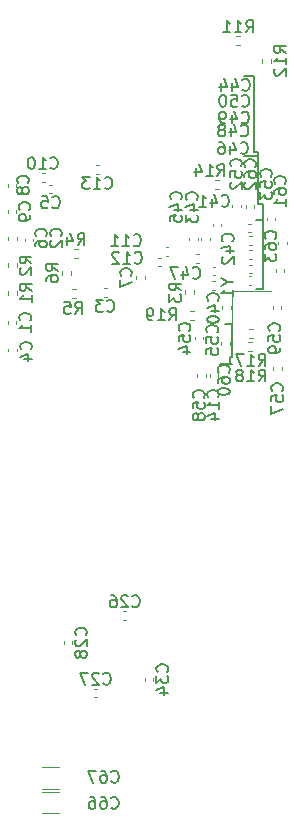
<source format=gbr>
G04 #@! TF.GenerationSoftware,KiCad,Pcbnew,7.0.8-7.0.8~ubuntu22.04.1*
G04 #@! TF.CreationDate,2023-10-22T15:09:54+03:00*
G04 #@! TF.ProjectId,H616_devboard,48363136-5f64-4657-9662-6f6172642e6b,rev?*
G04 #@! TF.SameCoordinates,Original*
G04 #@! TF.FileFunction,Legend,Bot*
G04 #@! TF.FilePolarity,Positive*
%FSLAX46Y46*%
G04 Gerber Fmt 4.6, Leading zero omitted, Abs format (unit mm)*
G04 Created by KiCad (PCBNEW 7.0.8-7.0.8~ubuntu22.04.1) date 2023-10-22 15:09:54*
%MOMM*%
%LPD*%
G01*
G04 APERTURE LIST*
%ADD10C,0.150000*%
%ADD11C,0.120000*%
G04 APERTURE END LIST*
D10*
X148300000Y-97890000D02*
X148300000Y-95090000D01*
X147300000Y-98490000D02*
X148300000Y-98490000D01*
X148100000Y-97890000D02*
X148300000Y-97890000D01*
X150500000Y-84890000D02*
X150500000Y-80490000D01*
X150100000Y-80490000D02*
X150100000Y-74090000D01*
X150900000Y-86290000D02*
X150300000Y-86290000D01*
X148300000Y-95090000D02*
X147700000Y-95090000D01*
X150900000Y-92090000D02*
X150900000Y-84890000D01*
X150900000Y-84890000D02*
X150500000Y-84890000D01*
X150900000Y-92090000D02*
X150300000Y-92090000D01*
X148100000Y-98490000D02*
X148100000Y-97890000D01*
X150100000Y-74090000D02*
X149300000Y-74090000D01*
X150500000Y-80490000D02*
X150100000Y-80490000D01*
X150500000Y-80890000D02*
X149300000Y-80890000D01*
X135204166Y-88384819D02*
X135537499Y-87908628D01*
X135775594Y-88384819D02*
X135775594Y-87384819D01*
X135775594Y-87384819D02*
X135394642Y-87384819D01*
X135394642Y-87384819D02*
X135299404Y-87432438D01*
X135299404Y-87432438D02*
X135251785Y-87480057D01*
X135251785Y-87480057D02*
X135204166Y-87575295D01*
X135204166Y-87575295D02*
X135204166Y-87718152D01*
X135204166Y-87718152D02*
X135251785Y-87813390D01*
X135251785Y-87813390D02*
X135299404Y-87861009D01*
X135299404Y-87861009D02*
X135394642Y-87908628D01*
X135394642Y-87908628D02*
X135775594Y-87908628D01*
X134347023Y-87718152D02*
X134347023Y-88384819D01*
X134585118Y-87337200D02*
X134823213Y-88051485D01*
X134823213Y-88051485D02*
X134204166Y-88051485D01*
X149019580Y-81737142D02*
X149067200Y-81689523D01*
X149067200Y-81689523D02*
X149114819Y-81546666D01*
X149114819Y-81546666D02*
X149114819Y-81451428D01*
X149114819Y-81451428D02*
X149067200Y-81308571D01*
X149067200Y-81308571D02*
X148971961Y-81213333D01*
X148971961Y-81213333D02*
X148876723Y-81165714D01*
X148876723Y-81165714D02*
X148686247Y-81118095D01*
X148686247Y-81118095D02*
X148543390Y-81118095D01*
X148543390Y-81118095D02*
X148352914Y-81165714D01*
X148352914Y-81165714D02*
X148257676Y-81213333D01*
X148257676Y-81213333D02*
X148162438Y-81308571D01*
X148162438Y-81308571D02*
X148114819Y-81451428D01*
X148114819Y-81451428D02*
X148114819Y-81546666D01*
X148114819Y-81546666D02*
X148162438Y-81689523D01*
X148162438Y-81689523D02*
X148210057Y-81737142D01*
X148114819Y-82641904D02*
X148114819Y-82165714D01*
X148114819Y-82165714D02*
X148591009Y-82118095D01*
X148591009Y-82118095D02*
X148543390Y-82165714D01*
X148543390Y-82165714D02*
X148495771Y-82260952D01*
X148495771Y-82260952D02*
X148495771Y-82499047D01*
X148495771Y-82499047D02*
X148543390Y-82594285D01*
X148543390Y-82594285D02*
X148591009Y-82641904D01*
X148591009Y-82641904D02*
X148686247Y-82689523D01*
X148686247Y-82689523D02*
X148924342Y-82689523D01*
X148924342Y-82689523D02*
X149019580Y-82641904D01*
X149019580Y-82641904D02*
X149067200Y-82594285D01*
X149067200Y-82594285D02*
X149114819Y-82499047D01*
X149114819Y-82499047D02*
X149114819Y-82260952D01*
X149114819Y-82260952D02*
X149067200Y-82165714D01*
X149067200Y-82165714D02*
X149019580Y-82118095D01*
X148210057Y-83070476D02*
X148162438Y-83118095D01*
X148162438Y-83118095D02*
X148114819Y-83213333D01*
X148114819Y-83213333D02*
X148114819Y-83451428D01*
X148114819Y-83451428D02*
X148162438Y-83546666D01*
X148162438Y-83546666D02*
X148210057Y-83594285D01*
X148210057Y-83594285D02*
X148305295Y-83641904D01*
X148305295Y-83641904D02*
X148400533Y-83641904D01*
X148400533Y-83641904D02*
X148543390Y-83594285D01*
X148543390Y-83594285D02*
X149114819Y-83022857D01*
X149114819Y-83022857D02*
X149114819Y-83641904D01*
X143984819Y-92245833D02*
X143508628Y-91912500D01*
X143984819Y-91674405D02*
X142984819Y-91674405D01*
X142984819Y-91674405D02*
X142984819Y-92055357D01*
X142984819Y-92055357D02*
X143032438Y-92150595D01*
X143032438Y-92150595D02*
X143080057Y-92198214D01*
X143080057Y-92198214D02*
X143175295Y-92245833D01*
X143175295Y-92245833D02*
X143318152Y-92245833D01*
X143318152Y-92245833D02*
X143413390Y-92198214D01*
X143413390Y-92198214D02*
X143461009Y-92150595D01*
X143461009Y-92150595D02*
X143508628Y-92055357D01*
X143508628Y-92055357D02*
X143508628Y-91674405D01*
X142984819Y-92579167D02*
X142984819Y-93198214D01*
X142984819Y-93198214D02*
X143365771Y-92864881D01*
X143365771Y-92864881D02*
X143365771Y-93007738D01*
X143365771Y-93007738D02*
X143413390Y-93102976D01*
X143413390Y-93102976D02*
X143461009Y-93150595D01*
X143461009Y-93150595D02*
X143556247Y-93198214D01*
X143556247Y-93198214D02*
X143794342Y-93198214D01*
X143794342Y-93198214D02*
X143889580Y-93150595D01*
X143889580Y-93150595D02*
X143937200Y-93102976D01*
X143937200Y-93102976D02*
X143984819Y-93007738D01*
X143984819Y-93007738D02*
X143984819Y-92722024D01*
X143984819Y-92722024D02*
X143937200Y-92626786D01*
X143937200Y-92626786D02*
X143889580Y-92579167D01*
X150542857Y-99944819D02*
X150876190Y-99468628D01*
X151114285Y-99944819D02*
X151114285Y-98944819D01*
X151114285Y-98944819D02*
X150733333Y-98944819D01*
X150733333Y-98944819D02*
X150638095Y-98992438D01*
X150638095Y-98992438D02*
X150590476Y-99040057D01*
X150590476Y-99040057D02*
X150542857Y-99135295D01*
X150542857Y-99135295D02*
X150542857Y-99278152D01*
X150542857Y-99278152D02*
X150590476Y-99373390D01*
X150590476Y-99373390D02*
X150638095Y-99421009D01*
X150638095Y-99421009D02*
X150733333Y-99468628D01*
X150733333Y-99468628D02*
X151114285Y-99468628D01*
X149590476Y-99944819D02*
X150161904Y-99944819D01*
X149876190Y-99944819D02*
X149876190Y-98944819D01*
X149876190Y-98944819D02*
X149971428Y-99087676D01*
X149971428Y-99087676D02*
X150066666Y-99182914D01*
X150066666Y-99182914D02*
X150161904Y-99230533D01*
X149019047Y-99373390D02*
X149114285Y-99325771D01*
X149114285Y-99325771D02*
X149161904Y-99278152D01*
X149161904Y-99278152D02*
X149209523Y-99182914D01*
X149209523Y-99182914D02*
X149209523Y-99135295D01*
X149209523Y-99135295D02*
X149161904Y-99040057D01*
X149161904Y-99040057D02*
X149114285Y-98992438D01*
X149114285Y-98992438D02*
X149019047Y-98944819D01*
X149019047Y-98944819D02*
X148828571Y-98944819D01*
X148828571Y-98944819D02*
X148733333Y-98992438D01*
X148733333Y-98992438D02*
X148685714Y-99040057D01*
X148685714Y-99040057D02*
X148638095Y-99135295D01*
X148638095Y-99135295D02*
X148638095Y-99182914D01*
X148638095Y-99182914D02*
X148685714Y-99278152D01*
X148685714Y-99278152D02*
X148733333Y-99325771D01*
X148733333Y-99325771D02*
X148828571Y-99373390D01*
X148828571Y-99373390D02*
X149019047Y-99373390D01*
X149019047Y-99373390D02*
X149114285Y-99421009D01*
X149114285Y-99421009D02*
X149161904Y-99468628D01*
X149161904Y-99468628D02*
X149209523Y-99563866D01*
X149209523Y-99563866D02*
X149209523Y-99754342D01*
X149209523Y-99754342D02*
X149161904Y-99849580D01*
X149161904Y-99849580D02*
X149114285Y-99897200D01*
X149114285Y-99897200D02*
X149019047Y-99944819D01*
X149019047Y-99944819D02*
X148828571Y-99944819D01*
X148828571Y-99944819D02*
X148733333Y-99897200D01*
X148733333Y-99897200D02*
X148685714Y-99849580D01*
X148685714Y-99849580D02*
X148638095Y-99754342D01*
X148638095Y-99754342D02*
X148638095Y-99563866D01*
X148638095Y-99563866D02*
X148685714Y-99468628D01*
X148685714Y-99468628D02*
X148733333Y-99421009D01*
X148733333Y-99421009D02*
X148828571Y-99373390D01*
X137709166Y-93939580D02*
X137756785Y-93987200D01*
X137756785Y-93987200D02*
X137899642Y-94034819D01*
X137899642Y-94034819D02*
X137994880Y-94034819D01*
X137994880Y-94034819D02*
X138137737Y-93987200D01*
X138137737Y-93987200D02*
X138232975Y-93891961D01*
X138232975Y-93891961D02*
X138280594Y-93796723D01*
X138280594Y-93796723D02*
X138328213Y-93606247D01*
X138328213Y-93606247D02*
X138328213Y-93463390D01*
X138328213Y-93463390D02*
X138280594Y-93272914D01*
X138280594Y-93272914D02*
X138232975Y-93177676D01*
X138232975Y-93177676D02*
X138137737Y-93082438D01*
X138137737Y-93082438D02*
X137994880Y-93034819D01*
X137994880Y-93034819D02*
X137899642Y-93034819D01*
X137899642Y-93034819D02*
X137756785Y-93082438D01*
X137756785Y-93082438D02*
X137709166Y-93130057D01*
X137375832Y-93034819D02*
X136756785Y-93034819D01*
X136756785Y-93034819D02*
X137090118Y-93415771D01*
X137090118Y-93415771D02*
X136947261Y-93415771D01*
X136947261Y-93415771D02*
X136852023Y-93463390D01*
X136852023Y-93463390D02*
X136804404Y-93511009D01*
X136804404Y-93511009D02*
X136756785Y-93606247D01*
X136756785Y-93606247D02*
X136756785Y-93844342D01*
X136756785Y-93844342D02*
X136804404Y-93939580D01*
X136804404Y-93939580D02*
X136852023Y-93987200D01*
X136852023Y-93987200D02*
X136947261Y-94034819D01*
X136947261Y-94034819D02*
X137232975Y-94034819D01*
X137232975Y-94034819D02*
X137328213Y-93987200D01*
X137328213Y-93987200D02*
X137375832Y-93939580D01*
X142952857Y-94764819D02*
X143286190Y-94288628D01*
X143524285Y-94764819D02*
X143524285Y-93764819D01*
X143524285Y-93764819D02*
X143143333Y-93764819D01*
X143143333Y-93764819D02*
X143048095Y-93812438D01*
X143048095Y-93812438D02*
X143000476Y-93860057D01*
X143000476Y-93860057D02*
X142952857Y-93955295D01*
X142952857Y-93955295D02*
X142952857Y-94098152D01*
X142952857Y-94098152D02*
X143000476Y-94193390D01*
X143000476Y-94193390D02*
X143048095Y-94241009D01*
X143048095Y-94241009D02*
X143143333Y-94288628D01*
X143143333Y-94288628D02*
X143524285Y-94288628D01*
X142000476Y-94764819D02*
X142571904Y-94764819D01*
X142286190Y-94764819D02*
X142286190Y-93764819D01*
X142286190Y-93764819D02*
X142381428Y-93907676D01*
X142381428Y-93907676D02*
X142476666Y-94002914D01*
X142476666Y-94002914D02*
X142571904Y-94050533D01*
X141524285Y-94764819D02*
X141333809Y-94764819D01*
X141333809Y-94764819D02*
X141238571Y-94717200D01*
X141238571Y-94717200D02*
X141190952Y-94669580D01*
X141190952Y-94669580D02*
X141095714Y-94526723D01*
X141095714Y-94526723D02*
X141048095Y-94336247D01*
X141048095Y-94336247D02*
X141048095Y-93955295D01*
X141048095Y-93955295D02*
X141095714Y-93860057D01*
X141095714Y-93860057D02*
X141143333Y-93812438D01*
X141143333Y-93812438D02*
X141238571Y-93764819D01*
X141238571Y-93764819D02*
X141429047Y-93764819D01*
X141429047Y-93764819D02*
X141524285Y-93812438D01*
X141524285Y-93812438D02*
X141571904Y-93860057D01*
X141571904Y-93860057D02*
X141619523Y-93955295D01*
X141619523Y-93955295D02*
X141619523Y-94193390D01*
X141619523Y-94193390D02*
X141571904Y-94288628D01*
X141571904Y-94288628D02*
X141524285Y-94336247D01*
X141524285Y-94336247D02*
X141429047Y-94383866D01*
X141429047Y-94383866D02*
X141238571Y-94383866D01*
X141238571Y-94383866D02*
X141143333Y-94336247D01*
X141143333Y-94336247D02*
X141095714Y-94288628D01*
X141095714Y-94288628D02*
X141048095Y-94193390D01*
X152269580Y-95652142D02*
X152317200Y-95604523D01*
X152317200Y-95604523D02*
X152364819Y-95461666D01*
X152364819Y-95461666D02*
X152364819Y-95366428D01*
X152364819Y-95366428D02*
X152317200Y-95223571D01*
X152317200Y-95223571D02*
X152221961Y-95128333D01*
X152221961Y-95128333D02*
X152126723Y-95080714D01*
X152126723Y-95080714D02*
X151936247Y-95033095D01*
X151936247Y-95033095D02*
X151793390Y-95033095D01*
X151793390Y-95033095D02*
X151602914Y-95080714D01*
X151602914Y-95080714D02*
X151507676Y-95128333D01*
X151507676Y-95128333D02*
X151412438Y-95223571D01*
X151412438Y-95223571D02*
X151364819Y-95366428D01*
X151364819Y-95366428D02*
X151364819Y-95461666D01*
X151364819Y-95461666D02*
X151412438Y-95604523D01*
X151412438Y-95604523D02*
X151460057Y-95652142D01*
X151364819Y-96556904D02*
X151364819Y-96080714D01*
X151364819Y-96080714D02*
X151841009Y-96033095D01*
X151841009Y-96033095D02*
X151793390Y-96080714D01*
X151793390Y-96080714D02*
X151745771Y-96175952D01*
X151745771Y-96175952D02*
X151745771Y-96414047D01*
X151745771Y-96414047D02*
X151793390Y-96509285D01*
X151793390Y-96509285D02*
X151841009Y-96556904D01*
X151841009Y-96556904D02*
X151936247Y-96604523D01*
X151936247Y-96604523D02*
X152174342Y-96604523D01*
X152174342Y-96604523D02*
X152269580Y-96556904D01*
X152269580Y-96556904D02*
X152317200Y-96509285D01*
X152317200Y-96509285D02*
X152364819Y-96414047D01*
X152364819Y-96414047D02*
X152364819Y-96175952D01*
X152364819Y-96175952D02*
X152317200Y-96080714D01*
X152317200Y-96080714D02*
X152269580Y-96033095D01*
X152364819Y-97080714D02*
X152364819Y-97271190D01*
X152364819Y-97271190D02*
X152317200Y-97366428D01*
X152317200Y-97366428D02*
X152269580Y-97414047D01*
X152269580Y-97414047D02*
X152126723Y-97509285D01*
X152126723Y-97509285D02*
X151936247Y-97556904D01*
X151936247Y-97556904D02*
X151555295Y-97556904D01*
X151555295Y-97556904D02*
X151460057Y-97509285D01*
X151460057Y-97509285D02*
X151412438Y-97461666D01*
X151412438Y-97461666D02*
X151364819Y-97366428D01*
X151364819Y-97366428D02*
X151364819Y-97175952D01*
X151364819Y-97175952D02*
X151412438Y-97080714D01*
X151412438Y-97080714D02*
X151460057Y-97033095D01*
X151460057Y-97033095D02*
X151555295Y-96985476D01*
X151555295Y-96985476D02*
X151793390Y-96985476D01*
X151793390Y-96985476D02*
X151888628Y-97033095D01*
X151888628Y-97033095D02*
X151936247Y-97080714D01*
X151936247Y-97080714D02*
X151983866Y-97175952D01*
X151983866Y-97175952D02*
X151983866Y-97366428D01*
X151983866Y-97366428D02*
X151936247Y-97461666D01*
X151936247Y-97461666D02*
X151888628Y-97509285D01*
X151888628Y-97509285D02*
X151793390Y-97556904D01*
X147079580Y-101287142D02*
X147127200Y-101239523D01*
X147127200Y-101239523D02*
X147174819Y-101096666D01*
X147174819Y-101096666D02*
X147174819Y-101001428D01*
X147174819Y-101001428D02*
X147127200Y-100858571D01*
X147127200Y-100858571D02*
X147031961Y-100763333D01*
X147031961Y-100763333D02*
X146936723Y-100715714D01*
X146936723Y-100715714D02*
X146746247Y-100668095D01*
X146746247Y-100668095D02*
X146603390Y-100668095D01*
X146603390Y-100668095D02*
X146412914Y-100715714D01*
X146412914Y-100715714D02*
X146317676Y-100763333D01*
X146317676Y-100763333D02*
X146222438Y-100858571D01*
X146222438Y-100858571D02*
X146174819Y-101001428D01*
X146174819Y-101001428D02*
X146174819Y-101096666D01*
X146174819Y-101096666D02*
X146222438Y-101239523D01*
X146222438Y-101239523D02*
X146270057Y-101287142D01*
X147174819Y-102239523D02*
X147174819Y-101668095D01*
X147174819Y-101953809D02*
X146174819Y-101953809D01*
X146174819Y-101953809D02*
X146317676Y-101858571D01*
X146317676Y-101858571D02*
X146412914Y-101763333D01*
X146412914Y-101763333D02*
X146460533Y-101668095D01*
X146508152Y-103096666D02*
X147174819Y-103096666D01*
X146127200Y-102858571D02*
X146841485Y-102620476D01*
X146841485Y-102620476D02*
X146841485Y-103239523D01*
X149460357Y-70384819D02*
X149793690Y-69908628D01*
X150031785Y-70384819D02*
X150031785Y-69384819D01*
X150031785Y-69384819D02*
X149650833Y-69384819D01*
X149650833Y-69384819D02*
X149555595Y-69432438D01*
X149555595Y-69432438D02*
X149507976Y-69480057D01*
X149507976Y-69480057D02*
X149460357Y-69575295D01*
X149460357Y-69575295D02*
X149460357Y-69718152D01*
X149460357Y-69718152D02*
X149507976Y-69813390D01*
X149507976Y-69813390D02*
X149555595Y-69861009D01*
X149555595Y-69861009D02*
X149650833Y-69908628D01*
X149650833Y-69908628D02*
X150031785Y-69908628D01*
X148507976Y-70384819D02*
X149079404Y-70384819D01*
X148793690Y-70384819D02*
X148793690Y-69384819D01*
X148793690Y-69384819D02*
X148888928Y-69527676D01*
X148888928Y-69527676D02*
X148984166Y-69622914D01*
X148984166Y-69622914D02*
X149079404Y-69670533D01*
X147555595Y-70384819D02*
X148127023Y-70384819D01*
X147841309Y-70384819D02*
X147841309Y-69384819D01*
X147841309Y-69384819D02*
X147936547Y-69527676D01*
X147936547Y-69527676D02*
X148031785Y-69622914D01*
X148031785Y-69622914D02*
X148127023Y-69670533D01*
X147009580Y-95787142D02*
X147057200Y-95739523D01*
X147057200Y-95739523D02*
X147104819Y-95596666D01*
X147104819Y-95596666D02*
X147104819Y-95501428D01*
X147104819Y-95501428D02*
X147057200Y-95358571D01*
X147057200Y-95358571D02*
X146961961Y-95263333D01*
X146961961Y-95263333D02*
X146866723Y-95215714D01*
X146866723Y-95215714D02*
X146676247Y-95168095D01*
X146676247Y-95168095D02*
X146533390Y-95168095D01*
X146533390Y-95168095D02*
X146342914Y-95215714D01*
X146342914Y-95215714D02*
X146247676Y-95263333D01*
X146247676Y-95263333D02*
X146152438Y-95358571D01*
X146152438Y-95358571D02*
X146104819Y-95501428D01*
X146104819Y-95501428D02*
X146104819Y-95596666D01*
X146104819Y-95596666D02*
X146152438Y-95739523D01*
X146152438Y-95739523D02*
X146200057Y-95787142D01*
X146104819Y-96691904D02*
X146104819Y-96215714D01*
X146104819Y-96215714D02*
X146581009Y-96168095D01*
X146581009Y-96168095D02*
X146533390Y-96215714D01*
X146533390Y-96215714D02*
X146485771Y-96310952D01*
X146485771Y-96310952D02*
X146485771Y-96549047D01*
X146485771Y-96549047D02*
X146533390Y-96644285D01*
X146533390Y-96644285D02*
X146581009Y-96691904D01*
X146581009Y-96691904D02*
X146676247Y-96739523D01*
X146676247Y-96739523D02*
X146914342Y-96739523D01*
X146914342Y-96739523D02*
X147009580Y-96691904D01*
X147009580Y-96691904D02*
X147057200Y-96644285D01*
X147057200Y-96644285D02*
X147104819Y-96549047D01*
X147104819Y-96549047D02*
X147104819Y-96310952D01*
X147104819Y-96310952D02*
X147057200Y-96215714D01*
X147057200Y-96215714D02*
X147009580Y-96168095D01*
X146104819Y-97644285D02*
X146104819Y-97168095D01*
X146104819Y-97168095D02*
X146581009Y-97120476D01*
X146581009Y-97120476D02*
X146533390Y-97168095D01*
X146533390Y-97168095D02*
X146485771Y-97263333D01*
X146485771Y-97263333D02*
X146485771Y-97501428D01*
X146485771Y-97501428D02*
X146533390Y-97596666D01*
X146533390Y-97596666D02*
X146581009Y-97644285D01*
X146581009Y-97644285D02*
X146676247Y-97691904D01*
X146676247Y-97691904D02*
X146914342Y-97691904D01*
X146914342Y-97691904D02*
X147009580Y-97644285D01*
X147009580Y-97644285D02*
X147057200Y-97596666D01*
X147057200Y-97596666D02*
X147104819Y-97501428D01*
X147104819Y-97501428D02*
X147104819Y-97263333D01*
X147104819Y-97263333D02*
X147057200Y-97168095D01*
X147057200Y-97168095D02*
X147009580Y-97120476D01*
X130979580Y-83133333D02*
X131027200Y-83085714D01*
X131027200Y-83085714D02*
X131074819Y-82942857D01*
X131074819Y-82942857D02*
X131074819Y-82847619D01*
X131074819Y-82847619D02*
X131027200Y-82704762D01*
X131027200Y-82704762D02*
X130931961Y-82609524D01*
X130931961Y-82609524D02*
X130836723Y-82561905D01*
X130836723Y-82561905D02*
X130646247Y-82514286D01*
X130646247Y-82514286D02*
X130503390Y-82514286D01*
X130503390Y-82514286D02*
X130312914Y-82561905D01*
X130312914Y-82561905D02*
X130217676Y-82609524D01*
X130217676Y-82609524D02*
X130122438Y-82704762D01*
X130122438Y-82704762D02*
X130074819Y-82847619D01*
X130074819Y-82847619D02*
X130074819Y-82942857D01*
X130074819Y-82942857D02*
X130122438Y-83085714D01*
X130122438Y-83085714D02*
X130170057Y-83133333D01*
X130503390Y-83704762D02*
X130455771Y-83609524D01*
X130455771Y-83609524D02*
X130408152Y-83561905D01*
X130408152Y-83561905D02*
X130312914Y-83514286D01*
X130312914Y-83514286D02*
X130265295Y-83514286D01*
X130265295Y-83514286D02*
X130170057Y-83561905D01*
X130170057Y-83561905D02*
X130122438Y-83609524D01*
X130122438Y-83609524D02*
X130074819Y-83704762D01*
X130074819Y-83704762D02*
X130074819Y-83895238D01*
X130074819Y-83895238D02*
X130122438Y-83990476D01*
X130122438Y-83990476D02*
X130170057Y-84038095D01*
X130170057Y-84038095D02*
X130265295Y-84085714D01*
X130265295Y-84085714D02*
X130312914Y-84085714D01*
X130312914Y-84085714D02*
X130408152Y-84038095D01*
X130408152Y-84038095D02*
X130455771Y-83990476D01*
X130455771Y-83990476D02*
X130503390Y-83895238D01*
X130503390Y-83895238D02*
X130503390Y-83704762D01*
X130503390Y-83704762D02*
X130551009Y-83609524D01*
X130551009Y-83609524D02*
X130598628Y-83561905D01*
X130598628Y-83561905D02*
X130693866Y-83514286D01*
X130693866Y-83514286D02*
X130884342Y-83514286D01*
X130884342Y-83514286D02*
X130979580Y-83561905D01*
X130979580Y-83561905D02*
X131027200Y-83609524D01*
X131027200Y-83609524D02*
X131074819Y-83704762D01*
X131074819Y-83704762D02*
X131074819Y-83895238D01*
X131074819Y-83895238D02*
X131027200Y-83990476D01*
X131027200Y-83990476D02*
X130979580Y-84038095D01*
X130979580Y-84038095D02*
X130884342Y-84085714D01*
X130884342Y-84085714D02*
X130693866Y-84085714D01*
X130693866Y-84085714D02*
X130598628Y-84038095D01*
X130598628Y-84038095D02*
X130551009Y-83990476D01*
X130551009Y-83990476D02*
X130503390Y-83895238D01*
X147042857Y-82544819D02*
X147376190Y-82068628D01*
X147614285Y-82544819D02*
X147614285Y-81544819D01*
X147614285Y-81544819D02*
X147233333Y-81544819D01*
X147233333Y-81544819D02*
X147138095Y-81592438D01*
X147138095Y-81592438D02*
X147090476Y-81640057D01*
X147090476Y-81640057D02*
X147042857Y-81735295D01*
X147042857Y-81735295D02*
X147042857Y-81878152D01*
X147042857Y-81878152D02*
X147090476Y-81973390D01*
X147090476Y-81973390D02*
X147138095Y-82021009D01*
X147138095Y-82021009D02*
X147233333Y-82068628D01*
X147233333Y-82068628D02*
X147614285Y-82068628D01*
X146090476Y-82544819D02*
X146661904Y-82544819D01*
X146376190Y-82544819D02*
X146376190Y-81544819D01*
X146376190Y-81544819D02*
X146471428Y-81687676D01*
X146471428Y-81687676D02*
X146566666Y-81782914D01*
X146566666Y-81782914D02*
X146661904Y-81830533D01*
X145233333Y-81878152D02*
X145233333Y-82544819D01*
X145471428Y-81497200D02*
X145709523Y-82211485D01*
X145709523Y-82211485D02*
X145090476Y-82211485D01*
X133544819Y-90583333D02*
X133068628Y-90250000D01*
X133544819Y-90011905D02*
X132544819Y-90011905D01*
X132544819Y-90011905D02*
X132544819Y-90392857D01*
X132544819Y-90392857D02*
X132592438Y-90488095D01*
X132592438Y-90488095D02*
X132640057Y-90535714D01*
X132640057Y-90535714D02*
X132735295Y-90583333D01*
X132735295Y-90583333D02*
X132878152Y-90583333D01*
X132878152Y-90583333D02*
X132973390Y-90535714D01*
X132973390Y-90535714D02*
X133021009Y-90488095D01*
X133021009Y-90488095D02*
X133068628Y-90392857D01*
X133068628Y-90392857D02*
X133068628Y-90011905D01*
X132544819Y-91440476D02*
X132544819Y-91250000D01*
X132544819Y-91250000D02*
X132592438Y-91154762D01*
X132592438Y-91154762D02*
X132640057Y-91107143D01*
X132640057Y-91107143D02*
X132782914Y-91011905D01*
X132782914Y-91011905D02*
X132973390Y-90964286D01*
X132973390Y-90964286D02*
X133354342Y-90964286D01*
X133354342Y-90964286D02*
X133449580Y-91011905D01*
X133449580Y-91011905D02*
X133497200Y-91059524D01*
X133497200Y-91059524D02*
X133544819Y-91154762D01*
X133544819Y-91154762D02*
X133544819Y-91345238D01*
X133544819Y-91345238D02*
X133497200Y-91440476D01*
X133497200Y-91440476D02*
X133449580Y-91488095D01*
X133449580Y-91488095D02*
X133354342Y-91535714D01*
X133354342Y-91535714D02*
X133116247Y-91535714D01*
X133116247Y-91535714D02*
X133021009Y-91488095D01*
X133021009Y-91488095D02*
X132973390Y-91440476D01*
X132973390Y-91440476D02*
X132925771Y-91345238D01*
X132925771Y-91345238D02*
X132925771Y-91154762D01*
X132925771Y-91154762D02*
X132973390Y-91059524D01*
X132973390Y-91059524D02*
X133021009Y-91011905D01*
X133021009Y-91011905D02*
X133116247Y-90964286D01*
X149027857Y-79099580D02*
X149075476Y-79147200D01*
X149075476Y-79147200D02*
X149218333Y-79194819D01*
X149218333Y-79194819D02*
X149313571Y-79194819D01*
X149313571Y-79194819D02*
X149456428Y-79147200D01*
X149456428Y-79147200D02*
X149551666Y-79051961D01*
X149551666Y-79051961D02*
X149599285Y-78956723D01*
X149599285Y-78956723D02*
X149646904Y-78766247D01*
X149646904Y-78766247D02*
X149646904Y-78623390D01*
X149646904Y-78623390D02*
X149599285Y-78432914D01*
X149599285Y-78432914D02*
X149551666Y-78337676D01*
X149551666Y-78337676D02*
X149456428Y-78242438D01*
X149456428Y-78242438D02*
X149313571Y-78194819D01*
X149313571Y-78194819D02*
X149218333Y-78194819D01*
X149218333Y-78194819D02*
X149075476Y-78242438D01*
X149075476Y-78242438D02*
X149027857Y-78290057D01*
X148170714Y-78528152D02*
X148170714Y-79194819D01*
X148408809Y-78147200D02*
X148646904Y-78861485D01*
X148646904Y-78861485D02*
X148027857Y-78861485D01*
X147504047Y-78623390D02*
X147599285Y-78575771D01*
X147599285Y-78575771D02*
X147646904Y-78528152D01*
X147646904Y-78528152D02*
X147694523Y-78432914D01*
X147694523Y-78432914D02*
X147694523Y-78385295D01*
X147694523Y-78385295D02*
X147646904Y-78290057D01*
X147646904Y-78290057D02*
X147599285Y-78242438D01*
X147599285Y-78242438D02*
X147504047Y-78194819D01*
X147504047Y-78194819D02*
X147313571Y-78194819D01*
X147313571Y-78194819D02*
X147218333Y-78242438D01*
X147218333Y-78242438D02*
X147170714Y-78290057D01*
X147170714Y-78290057D02*
X147123095Y-78385295D01*
X147123095Y-78385295D02*
X147123095Y-78432914D01*
X147123095Y-78432914D02*
X147170714Y-78528152D01*
X147170714Y-78528152D02*
X147218333Y-78575771D01*
X147218333Y-78575771D02*
X147313571Y-78623390D01*
X147313571Y-78623390D02*
X147504047Y-78623390D01*
X147504047Y-78623390D02*
X147599285Y-78671009D01*
X147599285Y-78671009D02*
X147646904Y-78718628D01*
X147646904Y-78718628D02*
X147694523Y-78813866D01*
X147694523Y-78813866D02*
X147694523Y-79004342D01*
X147694523Y-79004342D02*
X147646904Y-79099580D01*
X147646904Y-79099580D02*
X147599285Y-79147200D01*
X147599285Y-79147200D02*
X147504047Y-79194819D01*
X147504047Y-79194819D02*
X147313571Y-79194819D01*
X147313571Y-79194819D02*
X147218333Y-79147200D01*
X147218333Y-79147200D02*
X147170714Y-79099580D01*
X147170714Y-79099580D02*
X147123095Y-79004342D01*
X147123095Y-79004342D02*
X147123095Y-78813866D01*
X147123095Y-78813866D02*
X147170714Y-78718628D01*
X147170714Y-78718628D02*
X147218333Y-78671009D01*
X147218333Y-78671009D02*
X147313571Y-78623390D01*
X138052857Y-136019580D02*
X138100476Y-136067200D01*
X138100476Y-136067200D02*
X138243333Y-136114819D01*
X138243333Y-136114819D02*
X138338571Y-136114819D01*
X138338571Y-136114819D02*
X138481428Y-136067200D01*
X138481428Y-136067200D02*
X138576666Y-135971961D01*
X138576666Y-135971961D02*
X138624285Y-135876723D01*
X138624285Y-135876723D02*
X138671904Y-135686247D01*
X138671904Y-135686247D02*
X138671904Y-135543390D01*
X138671904Y-135543390D02*
X138624285Y-135352914D01*
X138624285Y-135352914D02*
X138576666Y-135257676D01*
X138576666Y-135257676D02*
X138481428Y-135162438D01*
X138481428Y-135162438D02*
X138338571Y-135114819D01*
X138338571Y-135114819D02*
X138243333Y-135114819D01*
X138243333Y-135114819D02*
X138100476Y-135162438D01*
X138100476Y-135162438D02*
X138052857Y-135210057D01*
X137195714Y-135114819D02*
X137386190Y-135114819D01*
X137386190Y-135114819D02*
X137481428Y-135162438D01*
X137481428Y-135162438D02*
X137529047Y-135210057D01*
X137529047Y-135210057D02*
X137624285Y-135352914D01*
X137624285Y-135352914D02*
X137671904Y-135543390D01*
X137671904Y-135543390D02*
X137671904Y-135924342D01*
X137671904Y-135924342D02*
X137624285Y-136019580D01*
X137624285Y-136019580D02*
X137576666Y-136067200D01*
X137576666Y-136067200D02*
X137481428Y-136114819D01*
X137481428Y-136114819D02*
X137290952Y-136114819D01*
X137290952Y-136114819D02*
X137195714Y-136067200D01*
X137195714Y-136067200D02*
X137148095Y-136019580D01*
X137148095Y-136019580D02*
X137100476Y-135924342D01*
X137100476Y-135924342D02*
X137100476Y-135686247D01*
X137100476Y-135686247D02*
X137148095Y-135591009D01*
X137148095Y-135591009D02*
X137195714Y-135543390D01*
X137195714Y-135543390D02*
X137290952Y-135495771D01*
X137290952Y-135495771D02*
X137481428Y-135495771D01*
X137481428Y-135495771D02*
X137576666Y-135543390D01*
X137576666Y-135543390D02*
X137624285Y-135591009D01*
X137624285Y-135591009D02*
X137671904Y-135686247D01*
X136243333Y-135114819D02*
X136433809Y-135114819D01*
X136433809Y-135114819D02*
X136529047Y-135162438D01*
X136529047Y-135162438D02*
X136576666Y-135210057D01*
X136576666Y-135210057D02*
X136671904Y-135352914D01*
X136671904Y-135352914D02*
X136719523Y-135543390D01*
X136719523Y-135543390D02*
X136719523Y-135924342D01*
X136719523Y-135924342D02*
X136671904Y-136019580D01*
X136671904Y-136019580D02*
X136624285Y-136067200D01*
X136624285Y-136067200D02*
X136529047Y-136114819D01*
X136529047Y-136114819D02*
X136338571Y-136114819D01*
X136338571Y-136114819D02*
X136243333Y-136067200D01*
X136243333Y-136067200D02*
X136195714Y-136019580D01*
X136195714Y-136019580D02*
X136148095Y-135924342D01*
X136148095Y-135924342D02*
X136148095Y-135686247D01*
X136148095Y-135686247D02*
X136195714Y-135591009D01*
X136195714Y-135591009D02*
X136243333Y-135543390D01*
X136243333Y-135543390D02*
X136338571Y-135495771D01*
X136338571Y-135495771D02*
X136529047Y-135495771D01*
X136529047Y-135495771D02*
X136624285Y-135543390D01*
X136624285Y-135543390D02*
X136671904Y-135591009D01*
X136671904Y-135591009D02*
X136719523Y-135686247D01*
X138062857Y-133809580D02*
X138110476Y-133857200D01*
X138110476Y-133857200D02*
X138253333Y-133904819D01*
X138253333Y-133904819D02*
X138348571Y-133904819D01*
X138348571Y-133904819D02*
X138491428Y-133857200D01*
X138491428Y-133857200D02*
X138586666Y-133761961D01*
X138586666Y-133761961D02*
X138634285Y-133666723D01*
X138634285Y-133666723D02*
X138681904Y-133476247D01*
X138681904Y-133476247D02*
X138681904Y-133333390D01*
X138681904Y-133333390D02*
X138634285Y-133142914D01*
X138634285Y-133142914D02*
X138586666Y-133047676D01*
X138586666Y-133047676D02*
X138491428Y-132952438D01*
X138491428Y-132952438D02*
X138348571Y-132904819D01*
X138348571Y-132904819D02*
X138253333Y-132904819D01*
X138253333Y-132904819D02*
X138110476Y-132952438D01*
X138110476Y-132952438D02*
X138062857Y-133000057D01*
X137205714Y-132904819D02*
X137396190Y-132904819D01*
X137396190Y-132904819D02*
X137491428Y-132952438D01*
X137491428Y-132952438D02*
X137539047Y-133000057D01*
X137539047Y-133000057D02*
X137634285Y-133142914D01*
X137634285Y-133142914D02*
X137681904Y-133333390D01*
X137681904Y-133333390D02*
X137681904Y-133714342D01*
X137681904Y-133714342D02*
X137634285Y-133809580D01*
X137634285Y-133809580D02*
X137586666Y-133857200D01*
X137586666Y-133857200D02*
X137491428Y-133904819D01*
X137491428Y-133904819D02*
X137300952Y-133904819D01*
X137300952Y-133904819D02*
X137205714Y-133857200D01*
X137205714Y-133857200D02*
X137158095Y-133809580D01*
X137158095Y-133809580D02*
X137110476Y-133714342D01*
X137110476Y-133714342D02*
X137110476Y-133476247D01*
X137110476Y-133476247D02*
X137158095Y-133381009D01*
X137158095Y-133381009D02*
X137205714Y-133333390D01*
X137205714Y-133333390D02*
X137300952Y-133285771D01*
X137300952Y-133285771D02*
X137491428Y-133285771D01*
X137491428Y-133285771D02*
X137586666Y-133333390D01*
X137586666Y-133333390D02*
X137634285Y-133381009D01*
X137634285Y-133381009D02*
X137681904Y-133476247D01*
X136777142Y-132904819D02*
X136110476Y-132904819D01*
X136110476Y-132904819D02*
X136539047Y-133904819D01*
X152739580Y-83187142D02*
X152787200Y-83139523D01*
X152787200Y-83139523D02*
X152834819Y-82996666D01*
X152834819Y-82996666D02*
X152834819Y-82901428D01*
X152834819Y-82901428D02*
X152787200Y-82758571D01*
X152787200Y-82758571D02*
X152691961Y-82663333D01*
X152691961Y-82663333D02*
X152596723Y-82615714D01*
X152596723Y-82615714D02*
X152406247Y-82568095D01*
X152406247Y-82568095D02*
X152263390Y-82568095D01*
X152263390Y-82568095D02*
X152072914Y-82615714D01*
X152072914Y-82615714D02*
X151977676Y-82663333D01*
X151977676Y-82663333D02*
X151882438Y-82758571D01*
X151882438Y-82758571D02*
X151834819Y-82901428D01*
X151834819Y-82901428D02*
X151834819Y-82996666D01*
X151834819Y-82996666D02*
X151882438Y-83139523D01*
X151882438Y-83139523D02*
X151930057Y-83187142D01*
X151834819Y-84044285D02*
X151834819Y-83853809D01*
X151834819Y-83853809D02*
X151882438Y-83758571D01*
X151882438Y-83758571D02*
X151930057Y-83710952D01*
X151930057Y-83710952D02*
X152072914Y-83615714D01*
X152072914Y-83615714D02*
X152263390Y-83568095D01*
X152263390Y-83568095D02*
X152644342Y-83568095D01*
X152644342Y-83568095D02*
X152739580Y-83615714D01*
X152739580Y-83615714D02*
X152787200Y-83663333D01*
X152787200Y-83663333D02*
X152834819Y-83758571D01*
X152834819Y-83758571D02*
X152834819Y-83949047D01*
X152834819Y-83949047D02*
X152787200Y-84044285D01*
X152787200Y-84044285D02*
X152739580Y-84091904D01*
X152739580Y-84091904D02*
X152644342Y-84139523D01*
X152644342Y-84139523D02*
X152406247Y-84139523D01*
X152406247Y-84139523D02*
X152311009Y-84091904D01*
X152311009Y-84091904D02*
X152263390Y-84044285D01*
X152263390Y-84044285D02*
X152215771Y-83949047D01*
X152215771Y-83949047D02*
X152215771Y-83758571D01*
X152215771Y-83758571D02*
X152263390Y-83663333D01*
X152263390Y-83663333D02*
X152311009Y-83615714D01*
X152311009Y-83615714D02*
X152406247Y-83568095D01*
X152834819Y-85091904D02*
X152834819Y-84520476D01*
X152834819Y-84806190D02*
X151834819Y-84806190D01*
X151834819Y-84806190D02*
X151977676Y-84710952D01*
X151977676Y-84710952D02*
X152072914Y-84615714D01*
X152072914Y-84615714D02*
X152120533Y-84520476D01*
X151569580Y-82597142D02*
X151617200Y-82549523D01*
X151617200Y-82549523D02*
X151664819Y-82406666D01*
X151664819Y-82406666D02*
X151664819Y-82311428D01*
X151664819Y-82311428D02*
X151617200Y-82168571D01*
X151617200Y-82168571D02*
X151521961Y-82073333D01*
X151521961Y-82073333D02*
X151426723Y-82025714D01*
X151426723Y-82025714D02*
X151236247Y-81978095D01*
X151236247Y-81978095D02*
X151093390Y-81978095D01*
X151093390Y-81978095D02*
X150902914Y-82025714D01*
X150902914Y-82025714D02*
X150807676Y-82073333D01*
X150807676Y-82073333D02*
X150712438Y-82168571D01*
X150712438Y-82168571D02*
X150664819Y-82311428D01*
X150664819Y-82311428D02*
X150664819Y-82406666D01*
X150664819Y-82406666D02*
X150712438Y-82549523D01*
X150712438Y-82549523D02*
X150760057Y-82597142D01*
X150664819Y-83501904D02*
X150664819Y-83025714D01*
X150664819Y-83025714D02*
X151141009Y-82978095D01*
X151141009Y-82978095D02*
X151093390Y-83025714D01*
X151093390Y-83025714D02*
X151045771Y-83120952D01*
X151045771Y-83120952D02*
X151045771Y-83359047D01*
X151045771Y-83359047D02*
X151093390Y-83454285D01*
X151093390Y-83454285D02*
X151141009Y-83501904D01*
X151141009Y-83501904D02*
X151236247Y-83549523D01*
X151236247Y-83549523D02*
X151474342Y-83549523D01*
X151474342Y-83549523D02*
X151569580Y-83501904D01*
X151569580Y-83501904D02*
X151617200Y-83454285D01*
X151617200Y-83454285D02*
X151664819Y-83359047D01*
X151664819Y-83359047D02*
X151664819Y-83120952D01*
X151664819Y-83120952D02*
X151617200Y-83025714D01*
X151617200Y-83025714D02*
X151569580Y-82978095D01*
X150664819Y-83882857D02*
X150664819Y-84501904D01*
X150664819Y-84501904D02*
X151045771Y-84168571D01*
X151045771Y-84168571D02*
X151045771Y-84311428D01*
X151045771Y-84311428D02*
X151093390Y-84406666D01*
X151093390Y-84406666D02*
X151141009Y-84454285D01*
X151141009Y-84454285D02*
X151236247Y-84501904D01*
X151236247Y-84501904D02*
X151474342Y-84501904D01*
X151474342Y-84501904D02*
X151569580Y-84454285D01*
X151569580Y-84454285D02*
X151617200Y-84406666D01*
X151617200Y-84406666D02*
X151664819Y-84311428D01*
X151664819Y-84311428D02*
X151664819Y-84025714D01*
X151664819Y-84025714D02*
X151617200Y-83930476D01*
X151617200Y-83930476D02*
X151569580Y-83882857D01*
X139952857Y-88389580D02*
X140000476Y-88437200D01*
X140000476Y-88437200D02*
X140143333Y-88484819D01*
X140143333Y-88484819D02*
X140238571Y-88484819D01*
X140238571Y-88484819D02*
X140381428Y-88437200D01*
X140381428Y-88437200D02*
X140476666Y-88341961D01*
X140476666Y-88341961D02*
X140524285Y-88246723D01*
X140524285Y-88246723D02*
X140571904Y-88056247D01*
X140571904Y-88056247D02*
X140571904Y-87913390D01*
X140571904Y-87913390D02*
X140524285Y-87722914D01*
X140524285Y-87722914D02*
X140476666Y-87627676D01*
X140476666Y-87627676D02*
X140381428Y-87532438D01*
X140381428Y-87532438D02*
X140238571Y-87484819D01*
X140238571Y-87484819D02*
X140143333Y-87484819D01*
X140143333Y-87484819D02*
X140000476Y-87532438D01*
X140000476Y-87532438D02*
X139952857Y-87580057D01*
X139000476Y-88484819D02*
X139571904Y-88484819D01*
X139286190Y-88484819D02*
X139286190Y-87484819D01*
X139286190Y-87484819D02*
X139381428Y-87627676D01*
X139381428Y-87627676D02*
X139476666Y-87722914D01*
X139476666Y-87722914D02*
X139571904Y-87770533D01*
X138048095Y-88484819D02*
X138619523Y-88484819D01*
X138333809Y-88484819D02*
X138333809Y-87484819D01*
X138333809Y-87484819D02*
X138429047Y-87627676D01*
X138429047Y-87627676D02*
X138524285Y-87722914D01*
X138524285Y-87722914D02*
X138619523Y-87770533D01*
X132499580Y-87643333D02*
X132547200Y-87595714D01*
X132547200Y-87595714D02*
X132594819Y-87452857D01*
X132594819Y-87452857D02*
X132594819Y-87357619D01*
X132594819Y-87357619D02*
X132547200Y-87214762D01*
X132547200Y-87214762D02*
X132451961Y-87119524D01*
X132451961Y-87119524D02*
X132356723Y-87071905D01*
X132356723Y-87071905D02*
X132166247Y-87024286D01*
X132166247Y-87024286D02*
X132023390Y-87024286D01*
X132023390Y-87024286D02*
X131832914Y-87071905D01*
X131832914Y-87071905D02*
X131737676Y-87119524D01*
X131737676Y-87119524D02*
X131642438Y-87214762D01*
X131642438Y-87214762D02*
X131594819Y-87357619D01*
X131594819Y-87357619D02*
X131594819Y-87452857D01*
X131594819Y-87452857D02*
X131642438Y-87595714D01*
X131642438Y-87595714D02*
X131690057Y-87643333D01*
X131594819Y-88500476D02*
X131594819Y-88310000D01*
X131594819Y-88310000D02*
X131642438Y-88214762D01*
X131642438Y-88214762D02*
X131690057Y-88167143D01*
X131690057Y-88167143D02*
X131832914Y-88071905D01*
X131832914Y-88071905D02*
X132023390Y-88024286D01*
X132023390Y-88024286D02*
X132404342Y-88024286D01*
X132404342Y-88024286D02*
X132499580Y-88071905D01*
X132499580Y-88071905D02*
X132547200Y-88119524D01*
X132547200Y-88119524D02*
X132594819Y-88214762D01*
X132594819Y-88214762D02*
X132594819Y-88405238D01*
X132594819Y-88405238D02*
X132547200Y-88500476D01*
X132547200Y-88500476D02*
X132499580Y-88548095D01*
X132499580Y-88548095D02*
X132404342Y-88595714D01*
X132404342Y-88595714D02*
X132166247Y-88595714D01*
X132166247Y-88595714D02*
X132071009Y-88548095D01*
X132071009Y-88548095D02*
X132023390Y-88500476D01*
X132023390Y-88500476D02*
X131975771Y-88405238D01*
X131975771Y-88405238D02*
X131975771Y-88214762D01*
X131975771Y-88214762D02*
X132023390Y-88119524D01*
X132023390Y-88119524D02*
X132071009Y-88071905D01*
X132071009Y-88071905D02*
X132166247Y-88024286D01*
X132902857Y-81849580D02*
X132950476Y-81897200D01*
X132950476Y-81897200D02*
X133093333Y-81944819D01*
X133093333Y-81944819D02*
X133188571Y-81944819D01*
X133188571Y-81944819D02*
X133331428Y-81897200D01*
X133331428Y-81897200D02*
X133426666Y-81801961D01*
X133426666Y-81801961D02*
X133474285Y-81706723D01*
X133474285Y-81706723D02*
X133521904Y-81516247D01*
X133521904Y-81516247D02*
X133521904Y-81373390D01*
X133521904Y-81373390D02*
X133474285Y-81182914D01*
X133474285Y-81182914D02*
X133426666Y-81087676D01*
X133426666Y-81087676D02*
X133331428Y-80992438D01*
X133331428Y-80992438D02*
X133188571Y-80944819D01*
X133188571Y-80944819D02*
X133093333Y-80944819D01*
X133093333Y-80944819D02*
X132950476Y-80992438D01*
X132950476Y-80992438D02*
X132902857Y-81040057D01*
X131950476Y-81944819D02*
X132521904Y-81944819D01*
X132236190Y-81944819D02*
X132236190Y-80944819D01*
X132236190Y-80944819D02*
X132331428Y-81087676D01*
X132331428Y-81087676D02*
X132426666Y-81182914D01*
X132426666Y-81182914D02*
X132521904Y-81230533D01*
X131331428Y-80944819D02*
X131236190Y-80944819D01*
X131236190Y-80944819D02*
X131140952Y-80992438D01*
X131140952Y-80992438D02*
X131093333Y-81040057D01*
X131093333Y-81040057D02*
X131045714Y-81135295D01*
X131045714Y-81135295D02*
X130998095Y-81325771D01*
X130998095Y-81325771D02*
X130998095Y-81563866D01*
X130998095Y-81563866D02*
X131045714Y-81754342D01*
X131045714Y-81754342D02*
X131093333Y-81849580D01*
X131093333Y-81849580D02*
X131140952Y-81897200D01*
X131140952Y-81897200D02*
X131236190Y-81944819D01*
X131236190Y-81944819D02*
X131331428Y-81944819D01*
X131331428Y-81944819D02*
X131426666Y-81897200D01*
X131426666Y-81897200D02*
X131474285Y-81849580D01*
X131474285Y-81849580D02*
X131521904Y-81754342D01*
X131521904Y-81754342D02*
X131569523Y-81563866D01*
X131569523Y-81563866D02*
X131569523Y-81325771D01*
X131569523Y-81325771D02*
X131521904Y-81135295D01*
X131521904Y-81135295D02*
X131474285Y-81040057D01*
X131474285Y-81040057D02*
X131426666Y-80992438D01*
X131426666Y-80992438D02*
X131331428Y-80944819D01*
X140032857Y-89869580D02*
X140080476Y-89917200D01*
X140080476Y-89917200D02*
X140223333Y-89964819D01*
X140223333Y-89964819D02*
X140318571Y-89964819D01*
X140318571Y-89964819D02*
X140461428Y-89917200D01*
X140461428Y-89917200D02*
X140556666Y-89821961D01*
X140556666Y-89821961D02*
X140604285Y-89726723D01*
X140604285Y-89726723D02*
X140651904Y-89536247D01*
X140651904Y-89536247D02*
X140651904Y-89393390D01*
X140651904Y-89393390D02*
X140604285Y-89202914D01*
X140604285Y-89202914D02*
X140556666Y-89107676D01*
X140556666Y-89107676D02*
X140461428Y-89012438D01*
X140461428Y-89012438D02*
X140318571Y-88964819D01*
X140318571Y-88964819D02*
X140223333Y-88964819D01*
X140223333Y-88964819D02*
X140080476Y-89012438D01*
X140080476Y-89012438D02*
X140032857Y-89060057D01*
X139080476Y-89964819D02*
X139651904Y-89964819D01*
X139366190Y-89964819D02*
X139366190Y-88964819D01*
X139366190Y-88964819D02*
X139461428Y-89107676D01*
X139461428Y-89107676D02*
X139556666Y-89202914D01*
X139556666Y-89202914D02*
X139651904Y-89250533D01*
X138699523Y-89060057D02*
X138651904Y-89012438D01*
X138651904Y-89012438D02*
X138556666Y-88964819D01*
X138556666Y-88964819D02*
X138318571Y-88964819D01*
X138318571Y-88964819D02*
X138223333Y-89012438D01*
X138223333Y-89012438D02*
X138175714Y-89060057D01*
X138175714Y-89060057D02*
X138128095Y-89155295D01*
X138128095Y-89155295D02*
X138128095Y-89250533D01*
X138128095Y-89250533D02*
X138175714Y-89393390D01*
X138175714Y-89393390D02*
X138747142Y-89964819D01*
X138747142Y-89964819D02*
X138128095Y-89964819D01*
X152509580Y-100737142D02*
X152557200Y-100689523D01*
X152557200Y-100689523D02*
X152604819Y-100546666D01*
X152604819Y-100546666D02*
X152604819Y-100451428D01*
X152604819Y-100451428D02*
X152557200Y-100308571D01*
X152557200Y-100308571D02*
X152461961Y-100213333D01*
X152461961Y-100213333D02*
X152366723Y-100165714D01*
X152366723Y-100165714D02*
X152176247Y-100118095D01*
X152176247Y-100118095D02*
X152033390Y-100118095D01*
X152033390Y-100118095D02*
X151842914Y-100165714D01*
X151842914Y-100165714D02*
X151747676Y-100213333D01*
X151747676Y-100213333D02*
X151652438Y-100308571D01*
X151652438Y-100308571D02*
X151604819Y-100451428D01*
X151604819Y-100451428D02*
X151604819Y-100546666D01*
X151604819Y-100546666D02*
X151652438Y-100689523D01*
X151652438Y-100689523D02*
X151700057Y-100737142D01*
X151604819Y-101641904D02*
X151604819Y-101165714D01*
X151604819Y-101165714D02*
X152081009Y-101118095D01*
X152081009Y-101118095D02*
X152033390Y-101165714D01*
X152033390Y-101165714D02*
X151985771Y-101260952D01*
X151985771Y-101260952D02*
X151985771Y-101499047D01*
X151985771Y-101499047D02*
X152033390Y-101594285D01*
X152033390Y-101594285D02*
X152081009Y-101641904D01*
X152081009Y-101641904D02*
X152176247Y-101689523D01*
X152176247Y-101689523D02*
X152414342Y-101689523D01*
X152414342Y-101689523D02*
X152509580Y-101641904D01*
X152509580Y-101641904D02*
X152557200Y-101594285D01*
X152557200Y-101594285D02*
X152604819Y-101499047D01*
X152604819Y-101499047D02*
X152604819Y-101260952D01*
X152604819Y-101260952D02*
X152557200Y-101165714D01*
X152557200Y-101165714D02*
X152509580Y-101118095D01*
X151604819Y-102022857D02*
X151604819Y-102689523D01*
X151604819Y-102689523D02*
X152604819Y-102260952D01*
X133079166Y-85179580D02*
X133126785Y-85227200D01*
X133126785Y-85227200D02*
X133269642Y-85274819D01*
X133269642Y-85274819D02*
X133364880Y-85274819D01*
X133364880Y-85274819D02*
X133507737Y-85227200D01*
X133507737Y-85227200D02*
X133602975Y-85131961D01*
X133602975Y-85131961D02*
X133650594Y-85036723D01*
X133650594Y-85036723D02*
X133698213Y-84846247D01*
X133698213Y-84846247D02*
X133698213Y-84703390D01*
X133698213Y-84703390D02*
X133650594Y-84512914D01*
X133650594Y-84512914D02*
X133602975Y-84417676D01*
X133602975Y-84417676D02*
X133507737Y-84322438D01*
X133507737Y-84322438D02*
X133364880Y-84274819D01*
X133364880Y-84274819D02*
X133269642Y-84274819D01*
X133269642Y-84274819D02*
X133126785Y-84322438D01*
X133126785Y-84322438D02*
X133079166Y-84370057D01*
X132174404Y-84274819D02*
X132650594Y-84274819D01*
X132650594Y-84274819D02*
X132698213Y-84751009D01*
X132698213Y-84751009D02*
X132650594Y-84703390D01*
X132650594Y-84703390D02*
X132555356Y-84655771D01*
X132555356Y-84655771D02*
X132317261Y-84655771D01*
X132317261Y-84655771D02*
X132222023Y-84703390D01*
X132222023Y-84703390D02*
X132174404Y-84751009D01*
X132174404Y-84751009D02*
X132126785Y-84846247D01*
X132126785Y-84846247D02*
X132126785Y-85084342D01*
X132126785Y-85084342D02*
X132174404Y-85179580D01*
X132174404Y-85179580D02*
X132222023Y-85227200D01*
X132222023Y-85227200D02*
X132317261Y-85274819D01*
X132317261Y-85274819D02*
X132555356Y-85274819D01*
X132555356Y-85274819D02*
X132650594Y-85227200D01*
X132650594Y-85227200D02*
X132698213Y-85179580D01*
X139719580Y-90985833D02*
X139767200Y-90938214D01*
X139767200Y-90938214D02*
X139814819Y-90795357D01*
X139814819Y-90795357D02*
X139814819Y-90700119D01*
X139814819Y-90700119D02*
X139767200Y-90557262D01*
X139767200Y-90557262D02*
X139671961Y-90462024D01*
X139671961Y-90462024D02*
X139576723Y-90414405D01*
X139576723Y-90414405D02*
X139386247Y-90366786D01*
X139386247Y-90366786D02*
X139243390Y-90366786D01*
X139243390Y-90366786D02*
X139052914Y-90414405D01*
X139052914Y-90414405D02*
X138957676Y-90462024D01*
X138957676Y-90462024D02*
X138862438Y-90557262D01*
X138862438Y-90557262D02*
X138814819Y-90700119D01*
X138814819Y-90700119D02*
X138814819Y-90795357D01*
X138814819Y-90795357D02*
X138862438Y-90938214D01*
X138862438Y-90938214D02*
X138910057Y-90985833D01*
X138814819Y-91319167D02*
X138814819Y-91985833D01*
X138814819Y-91985833D02*
X139814819Y-91557262D01*
X152844819Y-72139642D02*
X152368628Y-71806309D01*
X152844819Y-71568214D02*
X151844819Y-71568214D01*
X151844819Y-71568214D02*
X151844819Y-71949166D01*
X151844819Y-71949166D02*
X151892438Y-72044404D01*
X151892438Y-72044404D02*
X151940057Y-72092023D01*
X151940057Y-72092023D02*
X152035295Y-72139642D01*
X152035295Y-72139642D02*
X152178152Y-72139642D01*
X152178152Y-72139642D02*
X152273390Y-72092023D01*
X152273390Y-72092023D02*
X152321009Y-72044404D01*
X152321009Y-72044404D02*
X152368628Y-71949166D01*
X152368628Y-71949166D02*
X152368628Y-71568214D01*
X152844819Y-73092023D02*
X152844819Y-72520595D01*
X152844819Y-72806309D02*
X151844819Y-72806309D01*
X151844819Y-72806309D02*
X151987676Y-72711071D01*
X151987676Y-72711071D02*
X152082914Y-72615833D01*
X152082914Y-72615833D02*
X152130533Y-72520595D01*
X151940057Y-73472976D02*
X151892438Y-73520595D01*
X151892438Y-73520595D02*
X151844819Y-73615833D01*
X151844819Y-73615833D02*
X151844819Y-73853928D01*
X151844819Y-73853928D02*
X151892438Y-73949166D01*
X151892438Y-73949166D02*
X151940057Y-73996785D01*
X151940057Y-73996785D02*
X152035295Y-74044404D01*
X152035295Y-74044404D02*
X152130533Y-74044404D01*
X152130533Y-74044404D02*
X152273390Y-73996785D01*
X152273390Y-73996785D02*
X152844819Y-73425357D01*
X152844819Y-73425357D02*
X152844819Y-74044404D01*
X149152857Y-75229580D02*
X149200476Y-75277200D01*
X149200476Y-75277200D02*
X149343333Y-75324819D01*
X149343333Y-75324819D02*
X149438571Y-75324819D01*
X149438571Y-75324819D02*
X149581428Y-75277200D01*
X149581428Y-75277200D02*
X149676666Y-75181961D01*
X149676666Y-75181961D02*
X149724285Y-75086723D01*
X149724285Y-75086723D02*
X149771904Y-74896247D01*
X149771904Y-74896247D02*
X149771904Y-74753390D01*
X149771904Y-74753390D02*
X149724285Y-74562914D01*
X149724285Y-74562914D02*
X149676666Y-74467676D01*
X149676666Y-74467676D02*
X149581428Y-74372438D01*
X149581428Y-74372438D02*
X149438571Y-74324819D01*
X149438571Y-74324819D02*
X149343333Y-74324819D01*
X149343333Y-74324819D02*
X149200476Y-74372438D01*
X149200476Y-74372438D02*
X149152857Y-74420057D01*
X148295714Y-74658152D02*
X148295714Y-75324819D01*
X148533809Y-74277200D02*
X148771904Y-74991485D01*
X148771904Y-74991485D02*
X148152857Y-74991485D01*
X147343333Y-74658152D02*
X147343333Y-75324819D01*
X147581428Y-74277200D02*
X147819523Y-74991485D01*
X147819523Y-74991485D02*
X147200476Y-74991485D01*
X145869580Y-101314642D02*
X145917200Y-101267023D01*
X145917200Y-101267023D02*
X145964819Y-101124166D01*
X145964819Y-101124166D02*
X145964819Y-101028928D01*
X145964819Y-101028928D02*
X145917200Y-100886071D01*
X145917200Y-100886071D02*
X145821961Y-100790833D01*
X145821961Y-100790833D02*
X145726723Y-100743214D01*
X145726723Y-100743214D02*
X145536247Y-100695595D01*
X145536247Y-100695595D02*
X145393390Y-100695595D01*
X145393390Y-100695595D02*
X145202914Y-100743214D01*
X145202914Y-100743214D02*
X145107676Y-100790833D01*
X145107676Y-100790833D02*
X145012438Y-100886071D01*
X145012438Y-100886071D02*
X144964819Y-101028928D01*
X144964819Y-101028928D02*
X144964819Y-101124166D01*
X144964819Y-101124166D02*
X145012438Y-101267023D01*
X145012438Y-101267023D02*
X145060057Y-101314642D01*
X144964819Y-102219404D02*
X144964819Y-101743214D01*
X144964819Y-101743214D02*
X145441009Y-101695595D01*
X145441009Y-101695595D02*
X145393390Y-101743214D01*
X145393390Y-101743214D02*
X145345771Y-101838452D01*
X145345771Y-101838452D02*
X145345771Y-102076547D01*
X145345771Y-102076547D02*
X145393390Y-102171785D01*
X145393390Y-102171785D02*
X145441009Y-102219404D01*
X145441009Y-102219404D02*
X145536247Y-102267023D01*
X145536247Y-102267023D02*
X145774342Y-102267023D01*
X145774342Y-102267023D02*
X145869580Y-102219404D01*
X145869580Y-102219404D02*
X145917200Y-102171785D01*
X145917200Y-102171785D02*
X145964819Y-102076547D01*
X145964819Y-102076547D02*
X145964819Y-101838452D01*
X145964819Y-101838452D02*
X145917200Y-101743214D01*
X145917200Y-101743214D02*
X145869580Y-101695595D01*
X145393390Y-102838452D02*
X145345771Y-102743214D01*
X145345771Y-102743214D02*
X145298152Y-102695595D01*
X145298152Y-102695595D02*
X145202914Y-102647976D01*
X145202914Y-102647976D02*
X145155295Y-102647976D01*
X145155295Y-102647976D02*
X145060057Y-102695595D01*
X145060057Y-102695595D02*
X145012438Y-102743214D01*
X145012438Y-102743214D02*
X144964819Y-102838452D01*
X144964819Y-102838452D02*
X144964819Y-103028928D01*
X144964819Y-103028928D02*
X145012438Y-103124166D01*
X145012438Y-103124166D02*
X145060057Y-103171785D01*
X145060057Y-103171785D02*
X145155295Y-103219404D01*
X145155295Y-103219404D02*
X145202914Y-103219404D01*
X145202914Y-103219404D02*
X145298152Y-103171785D01*
X145298152Y-103171785D02*
X145345771Y-103124166D01*
X145345771Y-103124166D02*
X145393390Y-103028928D01*
X145393390Y-103028928D02*
X145393390Y-102838452D01*
X145393390Y-102838452D02*
X145441009Y-102743214D01*
X145441009Y-102743214D02*
X145488628Y-102695595D01*
X145488628Y-102695595D02*
X145583866Y-102647976D01*
X145583866Y-102647976D02*
X145774342Y-102647976D01*
X145774342Y-102647976D02*
X145869580Y-102695595D01*
X145869580Y-102695595D02*
X145917200Y-102743214D01*
X145917200Y-102743214D02*
X145964819Y-102838452D01*
X145964819Y-102838452D02*
X145964819Y-103028928D01*
X145964819Y-103028928D02*
X145917200Y-103124166D01*
X145917200Y-103124166D02*
X145869580Y-103171785D01*
X145869580Y-103171785D02*
X145774342Y-103219404D01*
X145774342Y-103219404D02*
X145583866Y-103219404D01*
X145583866Y-103219404D02*
X145488628Y-103171785D01*
X145488628Y-103171785D02*
X145441009Y-103124166D01*
X145441009Y-103124166D02*
X145393390Y-103028928D01*
X131179580Y-94775833D02*
X131227200Y-94728214D01*
X131227200Y-94728214D02*
X131274819Y-94585357D01*
X131274819Y-94585357D02*
X131274819Y-94490119D01*
X131274819Y-94490119D02*
X131227200Y-94347262D01*
X131227200Y-94347262D02*
X131131961Y-94252024D01*
X131131961Y-94252024D02*
X131036723Y-94204405D01*
X131036723Y-94204405D02*
X130846247Y-94156786D01*
X130846247Y-94156786D02*
X130703390Y-94156786D01*
X130703390Y-94156786D02*
X130512914Y-94204405D01*
X130512914Y-94204405D02*
X130417676Y-94252024D01*
X130417676Y-94252024D02*
X130322438Y-94347262D01*
X130322438Y-94347262D02*
X130274819Y-94490119D01*
X130274819Y-94490119D02*
X130274819Y-94585357D01*
X130274819Y-94585357D02*
X130322438Y-94728214D01*
X130322438Y-94728214D02*
X130370057Y-94775833D01*
X131274819Y-95728214D02*
X131274819Y-95156786D01*
X131274819Y-95442500D02*
X130274819Y-95442500D01*
X130274819Y-95442500D02*
X130417676Y-95347262D01*
X130417676Y-95347262D02*
X130512914Y-95252024D01*
X130512914Y-95252024D02*
X130560533Y-95156786D01*
X147989580Y-99189642D02*
X148037200Y-99142023D01*
X148037200Y-99142023D02*
X148084819Y-98999166D01*
X148084819Y-98999166D02*
X148084819Y-98903928D01*
X148084819Y-98903928D02*
X148037200Y-98761071D01*
X148037200Y-98761071D02*
X147941961Y-98665833D01*
X147941961Y-98665833D02*
X147846723Y-98618214D01*
X147846723Y-98618214D02*
X147656247Y-98570595D01*
X147656247Y-98570595D02*
X147513390Y-98570595D01*
X147513390Y-98570595D02*
X147322914Y-98618214D01*
X147322914Y-98618214D02*
X147227676Y-98665833D01*
X147227676Y-98665833D02*
X147132438Y-98761071D01*
X147132438Y-98761071D02*
X147084819Y-98903928D01*
X147084819Y-98903928D02*
X147084819Y-98999166D01*
X147084819Y-98999166D02*
X147132438Y-99142023D01*
X147132438Y-99142023D02*
X147180057Y-99189642D01*
X147084819Y-100046785D02*
X147084819Y-99856309D01*
X147084819Y-99856309D02*
X147132438Y-99761071D01*
X147132438Y-99761071D02*
X147180057Y-99713452D01*
X147180057Y-99713452D02*
X147322914Y-99618214D01*
X147322914Y-99618214D02*
X147513390Y-99570595D01*
X147513390Y-99570595D02*
X147894342Y-99570595D01*
X147894342Y-99570595D02*
X147989580Y-99618214D01*
X147989580Y-99618214D02*
X148037200Y-99665833D01*
X148037200Y-99665833D02*
X148084819Y-99761071D01*
X148084819Y-99761071D02*
X148084819Y-99951547D01*
X148084819Y-99951547D02*
X148037200Y-100046785D01*
X148037200Y-100046785D02*
X147989580Y-100094404D01*
X147989580Y-100094404D02*
X147894342Y-100142023D01*
X147894342Y-100142023D02*
X147656247Y-100142023D01*
X147656247Y-100142023D02*
X147561009Y-100094404D01*
X147561009Y-100094404D02*
X147513390Y-100046785D01*
X147513390Y-100046785D02*
X147465771Y-99951547D01*
X147465771Y-99951547D02*
X147465771Y-99761071D01*
X147465771Y-99761071D02*
X147513390Y-99665833D01*
X147513390Y-99665833D02*
X147561009Y-99618214D01*
X147561009Y-99618214D02*
X147656247Y-99570595D01*
X147084819Y-100761071D02*
X147084819Y-100856309D01*
X147084819Y-100856309D02*
X147132438Y-100951547D01*
X147132438Y-100951547D02*
X147180057Y-100999166D01*
X147180057Y-100999166D02*
X147275295Y-101046785D01*
X147275295Y-101046785D02*
X147465771Y-101094404D01*
X147465771Y-101094404D02*
X147703866Y-101094404D01*
X147703866Y-101094404D02*
X147894342Y-101046785D01*
X147894342Y-101046785D02*
X147989580Y-100999166D01*
X147989580Y-100999166D02*
X148037200Y-100951547D01*
X148037200Y-100951547D02*
X148084819Y-100856309D01*
X148084819Y-100856309D02*
X148084819Y-100761071D01*
X148084819Y-100761071D02*
X148037200Y-100665833D01*
X148037200Y-100665833D02*
X147989580Y-100618214D01*
X147989580Y-100618214D02*
X147894342Y-100570595D01*
X147894342Y-100570595D02*
X147703866Y-100522976D01*
X147703866Y-100522976D02*
X147465771Y-100522976D01*
X147465771Y-100522976D02*
X147275295Y-100570595D01*
X147275295Y-100570595D02*
X147180057Y-100618214D01*
X147180057Y-100618214D02*
X147132438Y-100665833D01*
X147132438Y-100665833D02*
X147084819Y-100761071D01*
X137390357Y-125509580D02*
X137437976Y-125557200D01*
X137437976Y-125557200D02*
X137580833Y-125604819D01*
X137580833Y-125604819D02*
X137676071Y-125604819D01*
X137676071Y-125604819D02*
X137818928Y-125557200D01*
X137818928Y-125557200D02*
X137914166Y-125461961D01*
X137914166Y-125461961D02*
X137961785Y-125366723D01*
X137961785Y-125366723D02*
X138009404Y-125176247D01*
X138009404Y-125176247D02*
X138009404Y-125033390D01*
X138009404Y-125033390D02*
X137961785Y-124842914D01*
X137961785Y-124842914D02*
X137914166Y-124747676D01*
X137914166Y-124747676D02*
X137818928Y-124652438D01*
X137818928Y-124652438D02*
X137676071Y-124604819D01*
X137676071Y-124604819D02*
X137580833Y-124604819D01*
X137580833Y-124604819D02*
X137437976Y-124652438D01*
X137437976Y-124652438D02*
X137390357Y-124700057D01*
X137009404Y-124700057D02*
X136961785Y-124652438D01*
X136961785Y-124652438D02*
X136866547Y-124604819D01*
X136866547Y-124604819D02*
X136628452Y-124604819D01*
X136628452Y-124604819D02*
X136533214Y-124652438D01*
X136533214Y-124652438D02*
X136485595Y-124700057D01*
X136485595Y-124700057D02*
X136437976Y-124795295D01*
X136437976Y-124795295D02*
X136437976Y-124890533D01*
X136437976Y-124890533D02*
X136485595Y-125033390D01*
X136485595Y-125033390D02*
X137057023Y-125604819D01*
X137057023Y-125604819D02*
X136437976Y-125604819D01*
X136104642Y-124604819D02*
X135437976Y-124604819D01*
X135437976Y-124604819D02*
X135866547Y-125604819D01*
X148319580Y-88067142D02*
X148367200Y-88019523D01*
X148367200Y-88019523D02*
X148414819Y-87876666D01*
X148414819Y-87876666D02*
X148414819Y-87781428D01*
X148414819Y-87781428D02*
X148367200Y-87638571D01*
X148367200Y-87638571D02*
X148271961Y-87543333D01*
X148271961Y-87543333D02*
X148176723Y-87495714D01*
X148176723Y-87495714D02*
X147986247Y-87448095D01*
X147986247Y-87448095D02*
X147843390Y-87448095D01*
X147843390Y-87448095D02*
X147652914Y-87495714D01*
X147652914Y-87495714D02*
X147557676Y-87543333D01*
X147557676Y-87543333D02*
X147462438Y-87638571D01*
X147462438Y-87638571D02*
X147414819Y-87781428D01*
X147414819Y-87781428D02*
X147414819Y-87876666D01*
X147414819Y-87876666D02*
X147462438Y-88019523D01*
X147462438Y-88019523D02*
X147510057Y-88067142D01*
X147748152Y-88924285D02*
X148414819Y-88924285D01*
X147367200Y-88686190D02*
X148081485Y-88448095D01*
X148081485Y-88448095D02*
X148081485Y-89067142D01*
X147510057Y-89400476D02*
X147462438Y-89448095D01*
X147462438Y-89448095D02*
X147414819Y-89543333D01*
X147414819Y-89543333D02*
X147414819Y-89781428D01*
X147414819Y-89781428D02*
X147462438Y-89876666D01*
X147462438Y-89876666D02*
X147510057Y-89924285D01*
X147510057Y-89924285D02*
X147605295Y-89971904D01*
X147605295Y-89971904D02*
X147700533Y-89971904D01*
X147700533Y-89971904D02*
X147843390Y-89924285D01*
X147843390Y-89924285D02*
X148414819Y-89352857D01*
X148414819Y-89352857D02*
X148414819Y-89971904D01*
X147402857Y-85059580D02*
X147450476Y-85107200D01*
X147450476Y-85107200D02*
X147593333Y-85154819D01*
X147593333Y-85154819D02*
X147688571Y-85154819D01*
X147688571Y-85154819D02*
X147831428Y-85107200D01*
X147831428Y-85107200D02*
X147926666Y-85011961D01*
X147926666Y-85011961D02*
X147974285Y-84916723D01*
X147974285Y-84916723D02*
X148021904Y-84726247D01*
X148021904Y-84726247D02*
X148021904Y-84583390D01*
X148021904Y-84583390D02*
X147974285Y-84392914D01*
X147974285Y-84392914D02*
X147926666Y-84297676D01*
X147926666Y-84297676D02*
X147831428Y-84202438D01*
X147831428Y-84202438D02*
X147688571Y-84154819D01*
X147688571Y-84154819D02*
X147593333Y-84154819D01*
X147593333Y-84154819D02*
X147450476Y-84202438D01*
X147450476Y-84202438D02*
X147402857Y-84250057D01*
X146545714Y-84488152D02*
X146545714Y-85154819D01*
X146783809Y-84107200D02*
X147021904Y-84821485D01*
X147021904Y-84821485D02*
X146402857Y-84821485D01*
X145498095Y-85154819D02*
X146069523Y-85154819D01*
X145783809Y-85154819D02*
X145783809Y-84154819D01*
X145783809Y-84154819D02*
X145879047Y-84297676D01*
X145879047Y-84297676D02*
X145974285Y-84392914D01*
X145974285Y-84392914D02*
X146069523Y-84440533D01*
X149122857Y-76589580D02*
X149170476Y-76637200D01*
X149170476Y-76637200D02*
X149313333Y-76684819D01*
X149313333Y-76684819D02*
X149408571Y-76684819D01*
X149408571Y-76684819D02*
X149551428Y-76637200D01*
X149551428Y-76637200D02*
X149646666Y-76541961D01*
X149646666Y-76541961D02*
X149694285Y-76446723D01*
X149694285Y-76446723D02*
X149741904Y-76256247D01*
X149741904Y-76256247D02*
X149741904Y-76113390D01*
X149741904Y-76113390D02*
X149694285Y-75922914D01*
X149694285Y-75922914D02*
X149646666Y-75827676D01*
X149646666Y-75827676D02*
X149551428Y-75732438D01*
X149551428Y-75732438D02*
X149408571Y-75684819D01*
X149408571Y-75684819D02*
X149313333Y-75684819D01*
X149313333Y-75684819D02*
X149170476Y-75732438D01*
X149170476Y-75732438D02*
X149122857Y-75780057D01*
X148218095Y-75684819D02*
X148694285Y-75684819D01*
X148694285Y-75684819D02*
X148741904Y-76161009D01*
X148741904Y-76161009D02*
X148694285Y-76113390D01*
X148694285Y-76113390D02*
X148599047Y-76065771D01*
X148599047Y-76065771D02*
X148360952Y-76065771D01*
X148360952Y-76065771D02*
X148265714Y-76113390D01*
X148265714Y-76113390D02*
X148218095Y-76161009D01*
X148218095Y-76161009D02*
X148170476Y-76256247D01*
X148170476Y-76256247D02*
X148170476Y-76494342D01*
X148170476Y-76494342D02*
X148218095Y-76589580D01*
X148218095Y-76589580D02*
X148265714Y-76637200D01*
X148265714Y-76637200D02*
X148360952Y-76684819D01*
X148360952Y-76684819D02*
X148599047Y-76684819D01*
X148599047Y-76684819D02*
X148694285Y-76637200D01*
X148694285Y-76637200D02*
X148741904Y-76589580D01*
X147551428Y-75684819D02*
X147456190Y-75684819D01*
X147456190Y-75684819D02*
X147360952Y-75732438D01*
X147360952Y-75732438D02*
X147313333Y-75780057D01*
X147313333Y-75780057D02*
X147265714Y-75875295D01*
X147265714Y-75875295D02*
X147218095Y-76065771D01*
X147218095Y-76065771D02*
X147218095Y-76303866D01*
X147218095Y-76303866D02*
X147265714Y-76494342D01*
X147265714Y-76494342D02*
X147313333Y-76589580D01*
X147313333Y-76589580D02*
X147360952Y-76637200D01*
X147360952Y-76637200D02*
X147456190Y-76684819D01*
X147456190Y-76684819D02*
X147551428Y-76684819D01*
X147551428Y-76684819D02*
X147646666Y-76637200D01*
X147646666Y-76637200D02*
X147694285Y-76589580D01*
X147694285Y-76589580D02*
X147741904Y-76494342D01*
X147741904Y-76494342D02*
X147789523Y-76303866D01*
X147789523Y-76303866D02*
X147789523Y-76065771D01*
X147789523Y-76065771D02*
X147741904Y-75875295D01*
X147741904Y-75875295D02*
X147694285Y-75780057D01*
X147694285Y-75780057D02*
X147646666Y-75732438D01*
X147646666Y-75732438D02*
X147551428Y-75684819D01*
X142789580Y-124524642D02*
X142837200Y-124477023D01*
X142837200Y-124477023D02*
X142884819Y-124334166D01*
X142884819Y-124334166D02*
X142884819Y-124238928D01*
X142884819Y-124238928D02*
X142837200Y-124096071D01*
X142837200Y-124096071D02*
X142741961Y-124000833D01*
X142741961Y-124000833D02*
X142646723Y-123953214D01*
X142646723Y-123953214D02*
X142456247Y-123905595D01*
X142456247Y-123905595D02*
X142313390Y-123905595D01*
X142313390Y-123905595D02*
X142122914Y-123953214D01*
X142122914Y-123953214D02*
X142027676Y-124000833D01*
X142027676Y-124000833D02*
X141932438Y-124096071D01*
X141932438Y-124096071D02*
X141884819Y-124238928D01*
X141884819Y-124238928D02*
X141884819Y-124334166D01*
X141884819Y-124334166D02*
X141932438Y-124477023D01*
X141932438Y-124477023D02*
X141980057Y-124524642D01*
X141884819Y-124857976D02*
X141884819Y-125477023D01*
X141884819Y-125477023D02*
X142265771Y-125143690D01*
X142265771Y-125143690D02*
X142265771Y-125286547D01*
X142265771Y-125286547D02*
X142313390Y-125381785D01*
X142313390Y-125381785D02*
X142361009Y-125429404D01*
X142361009Y-125429404D02*
X142456247Y-125477023D01*
X142456247Y-125477023D02*
X142694342Y-125477023D01*
X142694342Y-125477023D02*
X142789580Y-125429404D01*
X142789580Y-125429404D02*
X142837200Y-125381785D01*
X142837200Y-125381785D02*
X142884819Y-125286547D01*
X142884819Y-125286547D02*
X142884819Y-125000833D01*
X142884819Y-125000833D02*
X142837200Y-124905595D01*
X142837200Y-124905595D02*
X142789580Y-124857976D01*
X142218152Y-126334166D02*
X142884819Y-126334166D01*
X141837200Y-126096071D02*
X142551485Y-125857976D01*
X142551485Y-125857976D02*
X142551485Y-126477023D01*
X143929580Y-84537142D02*
X143977200Y-84489523D01*
X143977200Y-84489523D02*
X144024819Y-84346666D01*
X144024819Y-84346666D02*
X144024819Y-84251428D01*
X144024819Y-84251428D02*
X143977200Y-84108571D01*
X143977200Y-84108571D02*
X143881961Y-84013333D01*
X143881961Y-84013333D02*
X143786723Y-83965714D01*
X143786723Y-83965714D02*
X143596247Y-83918095D01*
X143596247Y-83918095D02*
X143453390Y-83918095D01*
X143453390Y-83918095D02*
X143262914Y-83965714D01*
X143262914Y-83965714D02*
X143167676Y-84013333D01*
X143167676Y-84013333D02*
X143072438Y-84108571D01*
X143072438Y-84108571D02*
X143024819Y-84251428D01*
X143024819Y-84251428D02*
X143024819Y-84346666D01*
X143024819Y-84346666D02*
X143072438Y-84489523D01*
X143072438Y-84489523D02*
X143120057Y-84537142D01*
X143358152Y-85394285D02*
X144024819Y-85394285D01*
X142977200Y-85156190D02*
X143691485Y-84918095D01*
X143691485Y-84918095D02*
X143691485Y-85537142D01*
X143024819Y-86394285D02*
X143024819Y-85918095D01*
X143024819Y-85918095D02*
X143501009Y-85870476D01*
X143501009Y-85870476D02*
X143453390Y-85918095D01*
X143453390Y-85918095D02*
X143405771Y-86013333D01*
X143405771Y-86013333D02*
X143405771Y-86251428D01*
X143405771Y-86251428D02*
X143453390Y-86346666D01*
X143453390Y-86346666D02*
X143501009Y-86394285D01*
X143501009Y-86394285D02*
X143596247Y-86441904D01*
X143596247Y-86441904D02*
X143834342Y-86441904D01*
X143834342Y-86441904D02*
X143929580Y-86394285D01*
X143929580Y-86394285D02*
X143977200Y-86346666D01*
X143977200Y-86346666D02*
X144024819Y-86251428D01*
X144024819Y-86251428D02*
X144024819Y-86013333D01*
X144024819Y-86013333D02*
X143977200Y-85918095D01*
X143977200Y-85918095D02*
X143929580Y-85870476D01*
X149002857Y-80589580D02*
X149050476Y-80637200D01*
X149050476Y-80637200D02*
X149193333Y-80684819D01*
X149193333Y-80684819D02*
X149288571Y-80684819D01*
X149288571Y-80684819D02*
X149431428Y-80637200D01*
X149431428Y-80637200D02*
X149526666Y-80541961D01*
X149526666Y-80541961D02*
X149574285Y-80446723D01*
X149574285Y-80446723D02*
X149621904Y-80256247D01*
X149621904Y-80256247D02*
X149621904Y-80113390D01*
X149621904Y-80113390D02*
X149574285Y-79922914D01*
X149574285Y-79922914D02*
X149526666Y-79827676D01*
X149526666Y-79827676D02*
X149431428Y-79732438D01*
X149431428Y-79732438D02*
X149288571Y-79684819D01*
X149288571Y-79684819D02*
X149193333Y-79684819D01*
X149193333Y-79684819D02*
X149050476Y-79732438D01*
X149050476Y-79732438D02*
X149002857Y-79780057D01*
X148145714Y-80018152D02*
X148145714Y-80684819D01*
X148383809Y-79637200D02*
X148621904Y-80351485D01*
X148621904Y-80351485D02*
X148002857Y-80351485D01*
X147193333Y-79684819D02*
X147383809Y-79684819D01*
X147383809Y-79684819D02*
X147479047Y-79732438D01*
X147479047Y-79732438D02*
X147526666Y-79780057D01*
X147526666Y-79780057D02*
X147621904Y-79922914D01*
X147621904Y-79922914D02*
X147669523Y-80113390D01*
X147669523Y-80113390D02*
X147669523Y-80494342D01*
X147669523Y-80494342D02*
X147621904Y-80589580D01*
X147621904Y-80589580D02*
X147574285Y-80637200D01*
X147574285Y-80637200D02*
X147479047Y-80684819D01*
X147479047Y-80684819D02*
X147288571Y-80684819D01*
X147288571Y-80684819D02*
X147193333Y-80637200D01*
X147193333Y-80637200D02*
X147145714Y-80589580D01*
X147145714Y-80589580D02*
X147098095Y-80494342D01*
X147098095Y-80494342D02*
X147098095Y-80256247D01*
X147098095Y-80256247D02*
X147145714Y-80161009D01*
X147145714Y-80161009D02*
X147193333Y-80113390D01*
X147193333Y-80113390D02*
X147288571Y-80065771D01*
X147288571Y-80065771D02*
X147479047Y-80065771D01*
X147479047Y-80065771D02*
X147574285Y-80113390D01*
X147574285Y-80113390D02*
X147621904Y-80161009D01*
X147621904Y-80161009D02*
X147669523Y-80256247D01*
X135909580Y-121414642D02*
X135957200Y-121367023D01*
X135957200Y-121367023D02*
X136004819Y-121224166D01*
X136004819Y-121224166D02*
X136004819Y-121128928D01*
X136004819Y-121128928D02*
X135957200Y-120986071D01*
X135957200Y-120986071D02*
X135861961Y-120890833D01*
X135861961Y-120890833D02*
X135766723Y-120843214D01*
X135766723Y-120843214D02*
X135576247Y-120795595D01*
X135576247Y-120795595D02*
X135433390Y-120795595D01*
X135433390Y-120795595D02*
X135242914Y-120843214D01*
X135242914Y-120843214D02*
X135147676Y-120890833D01*
X135147676Y-120890833D02*
X135052438Y-120986071D01*
X135052438Y-120986071D02*
X135004819Y-121128928D01*
X135004819Y-121128928D02*
X135004819Y-121224166D01*
X135004819Y-121224166D02*
X135052438Y-121367023D01*
X135052438Y-121367023D02*
X135100057Y-121414642D01*
X135100057Y-121795595D02*
X135052438Y-121843214D01*
X135052438Y-121843214D02*
X135004819Y-121938452D01*
X135004819Y-121938452D02*
X135004819Y-122176547D01*
X135004819Y-122176547D02*
X135052438Y-122271785D01*
X135052438Y-122271785D02*
X135100057Y-122319404D01*
X135100057Y-122319404D02*
X135195295Y-122367023D01*
X135195295Y-122367023D02*
X135290533Y-122367023D01*
X135290533Y-122367023D02*
X135433390Y-122319404D01*
X135433390Y-122319404D02*
X136004819Y-121747976D01*
X136004819Y-121747976D02*
X136004819Y-122367023D01*
X135433390Y-122938452D02*
X135385771Y-122843214D01*
X135385771Y-122843214D02*
X135338152Y-122795595D01*
X135338152Y-122795595D02*
X135242914Y-122747976D01*
X135242914Y-122747976D02*
X135195295Y-122747976D01*
X135195295Y-122747976D02*
X135100057Y-122795595D01*
X135100057Y-122795595D02*
X135052438Y-122843214D01*
X135052438Y-122843214D02*
X135004819Y-122938452D01*
X135004819Y-122938452D02*
X135004819Y-123128928D01*
X135004819Y-123128928D02*
X135052438Y-123224166D01*
X135052438Y-123224166D02*
X135100057Y-123271785D01*
X135100057Y-123271785D02*
X135195295Y-123319404D01*
X135195295Y-123319404D02*
X135242914Y-123319404D01*
X135242914Y-123319404D02*
X135338152Y-123271785D01*
X135338152Y-123271785D02*
X135385771Y-123224166D01*
X135385771Y-123224166D02*
X135433390Y-123128928D01*
X135433390Y-123128928D02*
X135433390Y-122938452D01*
X135433390Y-122938452D02*
X135481009Y-122843214D01*
X135481009Y-122843214D02*
X135528628Y-122795595D01*
X135528628Y-122795595D02*
X135623866Y-122747976D01*
X135623866Y-122747976D02*
X135814342Y-122747976D01*
X135814342Y-122747976D02*
X135909580Y-122795595D01*
X135909580Y-122795595D02*
X135957200Y-122843214D01*
X135957200Y-122843214D02*
X136004819Y-122938452D01*
X136004819Y-122938452D02*
X136004819Y-123128928D01*
X136004819Y-123128928D02*
X135957200Y-123224166D01*
X135957200Y-123224166D02*
X135909580Y-123271785D01*
X135909580Y-123271785D02*
X135814342Y-123319404D01*
X135814342Y-123319404D02*
X135623866Y-123319404D01*
X135623866Y-123319404D02*
X135528628Y-123271785D01*
X135528628Y-123271785D02*
X135481009Y-123224166D01*
X135481009Y-123224166D02*
X135433390Y-123128928D01*
X134996666Y-94204819D02*
X135329999Y-93728628D01*
X135568094Y-94204819D02*
X135568094Y-93204819D01*
X135568094Y-93204819D02*
X135187142Y-93204819D01*
X135187142Y-93204819D02*
X135091904Y-93252438D01*
X135091904Y-93252438D02*
X135044285Y-93300057D01*
X135044285Y-93300057D02*
X134996666Y-93395295D01*
X134996666Y-93395295D02*
X134996666Y-93538152D01*
X134996666Y-93538152D02*
X135044285Y-93633390D01*
X135044285Y-93633390D02*
X135091904Y-93681009D01*
X135091904Y-93681009D02*
X135187142Y-93728628D01*
X135187142Y-93728628D02*
X135568094Y-93728628D01*
X134091904Y-93204819D02*
X134568094Y-93204819D01*
X134568094Y-93204819D02*
X134615713Y-93681009D01*
X134615713Y-93681009D02*
X134568094Y-93633390D01*
X134568094Y-93633390D02*
X134472856Y-93585771D01*
X134472856Y-93585771D02*
X134234761Y-93585771D01*
X134234761Y-93585771D02*
X134139523Y-93633390D01*
X134139523Y-93633390D02*
X134091904Y-93681009D01*
X134091904Y-93681009D02*
X134044285Y-93776247D01*
X134044285Y-93776247D02*
X134044285Y-94014342D01*
X134044285Y-94014342D02*
X134091904Y-94109580D01*
X134091904Y-94109580D02*
X134139523Y-94157200D01*
X134139523Y-94157200D02*
X134234761Y-94204819D01*
X134234761Y-94204819D02*
X134472856Y-94204819D01*
X134472856Y-94204819D02*
X134568094Y-94157200D01*
X134568094Y-94157200D02*
X134615713Y-94109580D01*
X144962857Y-91149580D02*
X145010476Y-91197200D01*
X145010476Y-91197200D02*
X145153333Y-91244819D01*
X145153333Y-91244819D02*
X145248571Y-91244819D01*
X145248571Y-91244819D02*
X145391428Y-91197200D01*
X145391428Y-91197200D02*
X145486666Y-91101961D01*
X145486666Y-91101961D02*
X145534285Y-91006723D01*
X145534285Y-91006723D02*
X145581904Y-90816247D01*
X145581904Y-90816247D02*
X145581904Y-90673390D01*
X145581904Y-90673390D02*
X145534285Y-90482914D01*
X145534285Y-90482914D02*
X145486666Y-90387676D01*
X145486666Y-90387676D02*
X145391428Y-90292438D01*
X145391428Y-90292438D02*
X145248571Y-90244819D01*
X145248571Y-90244819D02*
X145153333Y-90244819D01*
X145153333Y-90244819D02*
X145010476Y-90292438D01*
X145010476Y-90292438D02*
X144962857Y-90340057D01*
X144105714Y-90578152D02*
X144105714Y-91244819D01*
X144343809Y-90197200D02*
X144581904Y-90911485D01*
X144581904Y-90911485D02*
X143962857Y-90911485D01*
X143677142Y-90244819D02*
X143010476Y-90244819D01*
X143010476Y-90244819D02*
X143439047Y-91244819D01*
X150229580Y-81767142D02*
X150277200Y-81719523D01*
X150277200Y-81719523D02*
X150324819Y-81576666D01*
X150324819Y-81576666D02*
X150324819Y-81481428D01*
X150324819Y-81481428D02*
X150277200Y-81338571D01*
X150277200Y-81338571D02*
X150181961Y-81243333D01*
X150181961Y-81243333D02*
X150086723Y-81195714D01*
X150086723Y-81195714D02*
X149896247Y-81148095D01*
X149896247Y-81148095D02*
X149753390Y-81148095D01*
X149753390Y-81148095D02*
X149562914Y-81195714D01*
X149562914Y-81195714D02*
X149467676Y-81243333D01*
X149467676Y-81243333D02*
X149372438Y-81338571D01*
X149372438Y-81338571D02*
X149324819Y-81481428D01*
X149324819Y-81481428D02*
X149324819Y-81576666D01*
X149324819Y-81576666D02*
X149372438Y-81719523D01*
X149372438Y-81719523D02*
X149420057Y-81767142D01*
X149324819Y-82624285D02*
X149324819Y-82433809D01*
X149324819Y-82433809D02*
X149372438Y-82338571D01*
X149372438Y-82338571D02*
X149420057Y-82290952D01*
X149420057Y-82290952D02*
X149562914Y-82195714D01*
X149562914Y-82195714D02*
X149753390Y-82148095D01*
X149753390Y-82148095D02*
X150134342Y-82148095D01*
X150134342Y-82148095D02*
X150229580Y-82195714D01*
X150229580Y-82195714D02*
X150277200Y-82243333D01*
X150277200Y-82243333D02*
X150324819Y-82338571D01*
X150324819Y-82338571D02*
X150324819Y-82529047D01*
X150324819Y-82529047D02*
X150277200Y-82624285D01*
X150277200Y-82624285D02*
X150229580Y-82671904D01*
X150229580Y-82671904D02*
X150134342Y-82719523D01*
X150134342Y-82719523D02*
X149896247Y-82719523D01*
X149896247Y-82719523D02*
X149801009Y-82671904D01*
X149801009Y-82671904D02*
X149753390Y-82624285D01*
X149753390Y-82624285D02*
X149705771Y-82529047D01*
X149705771Y-82529047D02*
X149705771Y-82338571D01*
X149705771Y-82338571D02*
X149753390Y-82243333D01*
X149753390Y-82243333D02*
X149801009Y-82195714D01*
X149801009Y-82195714D02*
X149896247Y-82148095D01*
X149420057Y-83100476D02*
X149372438Y-83148095D01*
X149372438Y-83148095D02*
X149324819Y-83243333D01*
X149324819Y-83243333D02*
X149324819Y-83481428D01*
X149324819Y-83481428D02*
X149372438Y-83576666D01*
X149372438Y-83576666D02*
X149420057Y-83624285D01*
X149420057Y-83624285D02*
X149515295Y-83671904D01*
X149515295Y-83671904D02*
X149610533Y-83671904D01*
X149610533Y-83671904D02*
X149753390Y-83624285D01*
X149753390Y-83624285D02*
X150324819Y-83052857D01*
X150324819Y-83052857D02*
X150324819Y-83671904D01*
X139845357Y-118959580D02*
X139892976Y-119007200D01*
X139892976Y-119007200D02*
X140035833Y-119054819D01*
X140035833Y-119054819D02*
X140131071Y-119054819D01*
X140131071Y-119054819D02*
X140273928Y-119007200D01*
X140273928Y-119007200D02*
X140369166Y-118911961D01*
X140369166Y-118911961D02*
X140416785Y-118816723D01*
X140416785Y-118816723D02*
X140464404Y-118626247D01*
X140464404Y-118626247D02*
X140464404Y-118483390D01*
X140464404Y-118483390D02*
X140416785Y-118292914D01*
X140416785Y-118292914D02*
X140369166Y-118197676D01*
X140369166Y-118197676D02*
X140273928Y-118102438D01*
X140273928Y-118102438D02*
X140131071Y-118054819D01*
X140131071Y-118054819D02*
X140035833Y-118054819D01*
X140035833Y-118054819D02*
X139892976Y-118102438D01*
X139892976Y-118102438D02*
X139845357Y-118150057D01*
X139464404Y-118150057D02*
X139416785Y-118102438D01*
X139416785Y-118102438D02*
X139321547Y-118054819D01*
X139321547Y-118054819D02*
X139083452Y-118054819D01*
X139083452Y-118054819D02*
X138988214Y-118102438D01*
X138988214Y-118102438D02*
X138940595Y-118150057D01*
X138940595Y-118150057D02*
X138892976Y-118245295D01*
X138892976Y-118245295D02*
X138892976Y-118340533D01*
X138892976Y-118340533D02*
X138940595Y-118483390D01*
X138940595Y-118483390D02*
X139512023Y-119054819D01*
X139512023Y-119054819D02*
X138892976Y-119054819D01*
X138035833Y-118054819D02*
X138226309Y-118054819D01*
X138226309Y-118054819D02*
X138321547Y-118102438D01*
X138321547Y-118102438D02*
X138369166Y-118150057D01*
X138369166Y-118150057D02*
X138464404Y-118292914D01*
X138464404Y-118292914D02*
X138512023Y-118483390D01*
X138512023Y-118483390D02*
X138512023Y-118864342D01*
X138512023Y-118864342D02*
X138464404Y-118959580D01*
X138464404Y-118959580D02*
X138416785Y-119007200D01*
X138416785Y-119007200D02*
X138321547Y-119054819D01*
X138321547Y-119054819D02*
X138131071Y-119054819D01*
X138131071Y-119054819D02*
X138035833Y-119007200D01*
X138035833Y-119007200D02*
X137988214Y-118959580D01*
X137988214Y-118959580D02*
X137940595Y-118864342D01*
X137940595Y-118864342D02*
X137940595Y-118626247D01*
X137940595Y-118626247D02*
X137988214Y-118531009D01*
X137988214Y-118531009D02*
X138035833Y-118483390D01*
X138035833Y-118483390D02*
X138131071Y-118435771D01*
X138131071Y-118435771D02*
X138321547Y-118435771D01*
X138321547Y-118435771D02*
X138416785Y-118483390D01*
X138416785Y-118483390D02*
X138464404Y-118531009D01*
X138464404Y-118531009D02*
X138512023Y-118626247D01*
X149102857Y-77999580D02*
X149150476Y-78047200D01*
X149150476Y-78047200D02*
X149293333Y-78094819D01*
X149293333Y-78094819D02*
X149388571Y-78094819D01*
X149388571Y-78094819D02*
X149531428Y-78047200D01*
X149531428Y-78047200D02*
X149626666Y-77951961D01*
X149626666Y-77951961D02*
X149674285Y-77856723D01*
X149674285Y-77856723D02*
X149721904Y-77666247D01*
X149721904Y-77666247D02*
X149721904Y-77523390D01*
X149721904Y-77523390D02*
X149674285Y-77332914D01*
X149674285Y-77332914D02*
X149626666Y-77237676D01*
X149626666Y-77237676D02*
X149531428Y-77142438D01*
X149531428Y-77142438D02*
X149388571Y-77094819D01*
X149388571Y-77094819D02*
X149293333Y-77094819D01*
X149293333Y-77094819D02*
X149150476Y-77142438D01*
X149150476Y-77142438D02*
X149102857Y-77190057D01*
X148245714Y-77428152D02*
X148245714Y-78094819D01*
X148483809Y-77047200D02*
X148721904Y-77761485D01*
X148721904Y-77761485D02*
X148102857Y-77761485D01*
X147674285Y-78094819D02*
X147483809Y-78094819D01*
X147483809Y-78094819D02*
X147388571Y-78047200D01*
X147388571Y-78047200D02*
X147340952Y-77999580D01*
X147340952Y-77999580D02*
X147245714Y-77856723D01*
X147245714Y-77856723D02*
X147198095Y-77666247D01*
X147198095Y-77666247D02*
X147198095Y-77285295D01*
X147198095Y-77285295D02*
X147245714Y-77190057D01*
X147245714Y-77190057D02*
X147293333Y-77142438D01*
X147293333Y-77142438D02*
X147388571Y-77094819D01*
X147388571Y-77094819D02*
X147579047Y-77094819D01*
X147579047Y-77094819D02*
X147674285Y-77142438D01*
X147674285Y-77142438D02*
X147721904Y-77190057D01*
X147721904Y-77190057D02*
X147769523Y-77285295D01*
X147769523Y-77285295D02*
X147769523Y-77523390D01*
X147769523Y-77523390D02*
X147721904Y-77618628D01*
X147721904Y-77618628D02*
X147674285Y-77666247D01*
X147674285Y-77666247D02*
X147579047Y-77713866D01*
X147579047Y-77713866D02*
X147388571Y-77713866D01*
X147388571Y-77713866D02*
X147293333Y-77666247D01*
X147293333Y-77666247D02*
X147245714Y-77618628D01*
X147245714Y-77618628D02*
X147198095Y-77523390D01*
X144669580Y-95634642D02*
X144717200Y-95587023D01*
X144717200Y-95587023D02*
X144764819Y-95444166D01*
X144764819Y-95444166D02*
X144764819Y-95348928D01*
X144764819Y-95348928D02*
X144717200Y-95206071D01*
X144717200Y-95206071D02*
X144621961Y-95110833D01*
X144621961Y-95110833D02*
X144526723Y-95063214D01*
X144526723Y-95063214D02*
X144336247Y-95015595D01*
X144336247Y-95015595D02*
X144193390Y-95015595D01*
X144193390Y-95015595D02*
X144002914Y-95063214D01*
X144002914Y-95063214D02*
X143907676Y-95110833D01*
X143907676Y-95110833D02*
X143812438Y-95206071D01*
X143812438Y-95206071D02*
X143764819Y-95348928D01*
X143764819Y-95348928D02*
X143764819Y-95444166D01*
X143764819Y-95444166D02*
X143812438Y-95587023D01*
X143812438Y-95587023D02*
X143860057Y-95634642D01*
X143764819Y-96539404D02*
X143764819Y-96063214D01*
X143764819Y-96063214D02*
X144241009Y-96015595D01*
X144241009Y-96015595D02*
X144193390Y-96063214D01*
X144193390Y-96063214D02*
X144145771Y-96158452D01*
X144145771Y-96158452D02*
X144145771Y-96396547D01*
X144145771Y-96396547D02*
X144193390Y-96491785D01*
X144193390Y-96491785D02*
X144241009Y-96539404D01*
X144241009Y-96539404D02*
X144336247Y-96587023D01*
X144336247Y-96587023D02*
X144574342Y-96587023D01*
X144574342Y-96587023D02*
X144669580Y-96539404D01*
X144669580Y-96539404D02*
X144717200Y-96491785D01*
X144717200Y-96491785D02*
X144764819Y-96396547D01*
X144764819Y-96396547D02*
X144764819Y-96158452D01*
X144764819Y-96158452D02*
X144717200Y-96063214D01*
X144717200Y-96063214D02*
X144669580Y-96015595D01*
X144098152Y-97444166D02*
X144764819Y-97444166D01*
X143717200Y-97206071D02*
X144431485Y-96967976D01*
X144431485Y-96967976D02*
X144431485Y-97587023D01*
X131239580Y-97223333D02*
X131287200Y-97175714D01*
X131287200Y-97175714D02*
X131334819Y-97032857D01*
X131334819Y-97032857D02*
X131334819Y-96937619D01*
X131334819Y-96937619D02*
X131287200Y-96794762D01*
X131287200Y-96794762D02*
X131191961Y-96699524D01*
X131191961Y-96699524D02*
X131096723Y-96651905D01*
X131096723Y-96651905D02*
X130906247Y-96604286D01*
X130906247Y-96604286D02*
X130763390Y-96604286D01*
X130763390Y-96604286D02*
X130572914Y-96651905D01*
X130572914Y-96651905D02*
X130477676Y-96699524D01*
X130477676Y-96699524D02*
X130382438Y-96794762D01*
X130382438Y-96794762D02*
X130334819Y-96937619D01*
X130334819Y-96937619D02*
X130334819Y-97032857D01*
X130334819Y-97032857D02*
X130382438Y-97175714D01*
X130382438Y-97175714D02*
X130430057Y-97223333D01*
X130668152Y-98080476D02*
X131334819Y-98080476D01*
X130287200Y-97842381D02*
X131001485Y-97604286D01*
X131001485Y-97604286D02*
X131001485Y-98223333D01*
X145279580Y-84557142D02*
X145327200Y-84509523D01*
X145327200Y-84509523D02*
X145374819Y-84366666D01*
X145374819Y-84366666D02*
X145374819Y-84271428D01*
X145374819Y-84271428D02*
X145327200Y-84128571D01*
X145327200Y-84128571D02*
X145231961Y-84033333D01*
X145231961Y-84033333D02*
X145136723Y-83985714D01*
X145136723Y-83985714D02*
X144946247Y-83938095D01*
X144946247Y-83938095D02*
X144803390Y-83938095D01*
X144803390Y-83938095D02*
X144612914Y-83985714D01*
X144612914Y-83985714D02*
X144517676Y-84033333D01*
X144517676Y-84033333D02*
X144422438Y-84128571D01*
X144422438Y-84128571D02*
X144374819Y-84271428D01*
X144374819Y-84271428D02*
X144374819Y-84366666D01*
X144374819Y-84366666D02*
X144422438Y-84509523D01*
X144422438Y-84509523D02*
X144470057Y-84557142D01*
X144708152Y-85414285D02*
X145374819Y-85414285D01*
X144327200Y-85176190D02*
X145041485Y-84938095D01*
X145041485Y-84938095D02*
X145041485Y-85557142D01*
X144374819Y-85842857D02*
X144374819Y-86461904D01*
X144374819Y-86461904D02*
X144755771Y-86128571D01*
X144755771Y-86128571D02*
X144755771Y-86271428D01*
X144755771Y-86271428D02*
X144803390Y-86366666D01*
X144803390Y-86366666D02*
X144851009Y-86414285D01*
X144851009Y-86414285D02*
X144946247Y-86461904D01*
X144946247Y-86461904D02*
X145184342Y-86461904D01*
X145184342Y-86461904D02*
X145279580Y-86414285D01*
X145279580Y-86414285D02*
X145327200Y-86366666D01*
X145327200Y-86366666D02*
X145374819Y-86271428D01*
X145374819Y-86271428D02*
X145374819Y-85985714D01*
X145374819Y-85985714D02*
X145327200Y-85890476D01*
X145327200Y-85890476D02*
X145279580Y-85842857D01*
X131119580Y-85413333D02*
X131167200Y-85365714D01*
X131167200Y-85365714D02*
X131214819Y-85222857D01*
X131214819Y-85222857D02*
X131214819Y-85127619D01*
X131214819Y-85127619D02*
X131167200Y-84984762D01*
X131167200Y-84984762D02*
X131071961Y-84889524D01*
X131071961Y-84889524D02*
X130976723Y-84841905D01*
X130976723Y-84841905D02*
X130786247Y-84794286D01*
X130786247Y-84794286D02*
X130643390Y-84794286D01*
X130643390Y-84794286D02*
X130452914Y-84841905D01*
X130452914Y-84841905D02*
X130357676Y-84889524D01*
X130357676Y-84889524D02*
X130262438Y-84984762D01*
X130262438Y-84984762D02*
X130214819Y-85127619D01*
X130214819Y-85127619D02*
X130214819Y-85222857D01*
X130214819Y-85222857D02*
X130262438Y-85365714D01*
X130262438Y-85365714D02*
X130310057Y-85413333D01*
X131214819Y-85889524D02*
X131214819Y-86080000D01*
X131214819Y-86080000D02*
X131167200Y-86175238D01*
X131167200Y-86175238D02*
X131119580Y-86222857D01*
X131119580Y-86222857D02*
X130976723Y-86318095D01*
X130976723Y-86318095D02*
X130786247Y-86365714D01*
X130786247Y-86365714D02*
X130405295Y-86365714D01*
X130405295Y-86365714D02*
X130310057Y-86318095D01*
X130310057Y-86318095D02*
X130262438Y-86270476D01*
X130262438Y-86270476D02*
X130214819Y-86175238D01*
X130214819Y-86175238D02*
X130214819Y-85984762D01*
X130214819Y-85984762D02*
X130262438Y-85889524D01*
X130262438Y-85889524D02*
X130310057Y-85841905D01*
X130310057Y-85841905D02*
X130405295Y-85794286D01*
X130405295Y-85794286D02*
X130643390Y-85794286D01*
X130643390Y-85794286D02*
X130738628Y-85841905D01*
X130738628Y-85841905D02*
X130786247Y-85889524D01*
X130786247Y-85889524D02*
X130833866Y-85984762D01*
X130833866Y-85984762D02*
X130833866Y-86175238D01*
X130833866Y-86175238D02*
X130786247Y-86270476D01*
X130786247Y-86270476D02*
X130738628Y-86318095D01*
X130738628Y-86318095D02*
X130643390Y-86365714D01*
X131304819Y-92265833D02*
X130828628Y-91932500D01*
X131304819Y-91694405D02*
X130304819Y-91694405D01*
X130304819Y-91694405D02*
X130304819Y-92075357D01*
X130304819Y-92075357D02*
X130352438Y-92170595D01*
X130352438Y-92170595D02*
X130400057Y-92218214D01*
X130400057Y-92218214D02*
X130495295Y-92265833D01*
X130495295Y-92265833D02*
X130638152Y-92265833D01*
X130638152Y-92265833D02*
X130733390Y-92218214D01*
X130733390Y-92218214D02*
X130781009Y-92170595D01*
X130781009Y-92170595D02*
X130828628Y-92075357D01*
X130828628Y-92075357D02*
X130828628Y-91694405D01*
X131304819Y-93218214D02*
X131304819Y-92646786D01*
X131304819Y-92932500D02*
X130304819Y-92932500D01*
X130304819Y-92932500D02*
X130447676Y-92837262D01*
X130447676Y-92837262D02*
X130542914Y-92742024D01*
X130542914Y-92742024D02*
X130590533Y-92646786D01*
X137515357Y-83539580D02*
X137562976Y-83587200D01*
X137562976Y-83587200D02*
X137705833Y-83634819D01*
X137705833Y-83634819D02*
X137801071Y-83634819D01*
X137801071Y-83634819D02*
X137943928Y-83587200D01*
X137943928Y-83587200D02*
X138039166Y-83491961D01*
X138039166Y-83491961D02*
X138086785Y-83396723D01*
X138086785Y-83396723D02*
X138134404Y-83206247D01*
X138134404Y-83206247D02*
X138134404Y-83063390D01*
X138134404Y-83063390D02*
X138086785Y-82872914D01*
X138086785Y-82872914D02*
X138039166Y-82777676D01*
X138039166Y-82777676D02*
X137943928Y-82682438D01*
X137943928Y-82682438D02*
X137801071Y-82634819D01*
X137801071Y-82634819D02*
X137705833Y-82634819D01*
X137705833Y-82634819D02*
X137562976Y-82682438D01*
X137562976Y-82682438D02*
X137515357Y-82730057D01*
X136562976Y-83634819D02*
X137134404Y-83634819D01*
X136848690Y-83634819D02*
X136848690Y-82634819D01*
X136848690Y-82634819D02*
X136943928Y-82777676D01*
X136943928Y-82777676D02*
X137039166Y-82872914D01*
X137039166Y-82872914D02*
X137134404Y-82920533D01*
X136229642Y-82634819D02*
X135610595Y-82634819D01*
X135610595Y-82634819D02*
X135943928Y-83015771D01*
X135943928Y-83015771D02*
X135801071Y-83015771D01*
X135801071Y-83015771D02*
X135705833Y-83063390D01*
X135705833Y-83063390D02*
X135658214Y-83111009D01*
X135658214Y-83111009D02*
X135610595Y-83206247D01*
X135610595Y-83206247D02*
X135610595Y-83444342D01*
X135610595Y-83444342D02*
X135658214Y-83539580D01*
X135658214Y-83539580D02*
X135705833Y-83587200D01*
X135705833Y-83587200D02*
X135801071Y-83634819D01*
X135801071Y-83634819D02*
X136086785Y-83634819D01*
X136086785Y-83634819D02*
X136182023Y-83587200D01*
X136182023Y-83587200D02*
X136229642Y-83539580D01*
X147908628Y-91543809D02*
X148384819Y-91543809D01*
X147384819Y-91210476D02*
X147908628Y-91543809D01*
X147908628Y-91543809D02*
X147384819Y-91877142D01*
X148384819Y-92734285D02*
X148384819Y-92162857D01*
X148384819Y-92448571D02*
X147384819Y-92448571D01*
X147384819Y-92448571D02*
X147527676Y-92353333D01*
X147527676Y-92353333D02*
X147622914Y-92258095D01*
X147622914Y-92258095D02*
X147670533Y-92162857D01*
X131294819Y-89950833D02*
X130818628Y-89617500D01*
X131294819Y-89379405D02*
X130294819Y-89379405D01*
X130294819Y-89379405D02*
X130294819Y-89760357D01*
X130294819Y-89760357D02*
X130342438Y-89855595D01*
X130342438Y-89855595D02*
X130390057Y-89903214D01*
X130390057Y-89903214D02*
X130485295Y-89950833D01*
X130485295Y-89950833D02*
X130628152Y-89950833D01*
X130628152Y-89950833D02*
X130723390Y-89903214D01*
X130723390Y-89903214D02*
X130771009Y-89855595D01*
X130771009Y-89855595D02*
X130818628Y-89760357D01*
X130818628Y-89760357D02*
X130818628Y-89379405D01*
X130390057Y-90331786D02*
X130342438Y-90379405D01*
X130342438Y-90379405D02*
X130294819Y-90474643D01*
X130294819Y-90474643D02*
X130294819Y-90712738D01*
X130294819Y-90712738D02*
X130342438Y-90807976D01*
X130342438Y-90807976D02*
X130390057Y-90855595D01*
X130390057Y-90855595D02*
X130485295Y-90903214D01*
X130485295Y-90903214D02*
X130580533Y-90903214D01*
X130580533Y-90903214D02*
X130723390Y-90855595D01*
X130723390Y-90855595D02*
X131294819Y-90284167D01*
X131294819Y-90284167D02*
X131294819Y-90903214D01*
X147079580Y-93097142D02*
X147127200Y-93049523D01*
X147127200Y-93049523D02*
X147174819Y-92906666D01*
X147174819Y-92906666D02*
X147174819Y-92811428D01*
X147174819Y-92811428D02*
X147127200Y-92668571D01*
X147127200Y-92668571D02*
X147031961Y-92573333D01*
X147031961Y-92573333D02*
X146936723Y-92525714D01*
X146936723Y-92525714D02*
X146746247Y-92478095D01*
X146746247Y-92478095D02*
X146603390Y-92478095D01*
X146603390Y-92478095D02*
X146412914Y-92525714D01*
X146412914Y-92525714D02*
X146317676Y-92573333D01*
X146317676Y-92573333D02*
X146222438Y-92668571D01*
X146222438Y-92668571D02*
X146174819Y-92811428D01*
X146174819Y-92811428D02*
X146174819Y-92906666D01*
X146174819Y-92906666D02*
X146222438Y-93049523D01*
X146222438Y-93049523D02*
X146270057Y-93097142D01*
X146508152Y-93954285D02*
X147174819Y-93954285D01*
X146127200Y-93716190D02*
X146841485Y-93478095D01*
X146841485Y-93478095D02*
X146841485Y-94097142D01*
X146174819Y-94668571D02*
X146174819Y-94763809D01*
X146174819Y-94763809D02*
X146222438Y-94859047D01*
X146222438Y-94859047D02*
X146270057Y-94906666D01*
X146270057Y-94906666D02*
X146365295Y-94954285D01*
X146365295Y-94954285D02*
X146555771Y-95001904D01*
X146555771Y-95001904D02*
X146793866Y-95001904D01*
X146793866Y-95001904D02*
X146984342Y-94954285D01*
X146984342Y-94954285D02*
X147079580Y-94906666D01*
X147079580Y-94906666D02*
X147127200Y-94859047D01*
X147127200Y-94859047D02*
X147174819Y-94763809D01*
X147174819Y-94763809D02*
X147174819Y-94668571D01*
X147174819Y-94668571D02*
X147127200Y-94573333D01*
X147127200Y-94573333D02*
X147079580Y-94525714D01*
X147079580Y-94525714D02*
X146984342Y-94478095D01*
X146984342Y-94478095D02*
X146793866Y-94430476D01*
X146793866Y-94430476D02*
X146555771Y-94430476D01*
X146555771Y-94430476D02*
X146365295Y-94478095D01*
X146365295Y-94478095D02*
X146270057Y-94525714D01*
X146270057Y-94525714D02*
X146222438Y-94573333D01*
X146222438Y-94573333D02*
X146174819Y-94668571D01*
X151939580Y-87847142D02*
X151987200Y-87799523D01*
X151987200Y-87799523D02*
X152034819Y-87656666D01*
X152034819Y-87656666D02*
X152034819Y-87561428D01*
X152034819Y-87561428D02*
X151987200Y-87418571D01*
X151987200Y-87418571D02*
X151891961Y-87323333D01*
X151891961Y-87323333D02*
X151796723Y-87275714D01*
X151796723Y-87275714D02*
X151606247Y-87228095D01*
X151606247Y-87228095D02*
X151463390Y-87228095D01*
X151463390Y-87228095D02*
X151272914Y-87275714D01*
X151272914Y-87275714D02*
X151177676Y-87323333D01*
X151177676Y-87323333D02*
X151082438Y-87418571D01*
X151082438Y-87418571D02*
X151034819Y-87561428D01*
X151034819Y-87561428D02*
X151034819Y-87656666D01*
X151034819Y-87656666D02*
X151082438Y-87799523D01*
X151082438Y-87799523D02*
X151130057Y-87847142D01*
X151034819Y-88704285D02*
X151034819Y-88513809D01*
X151034819Y-88513809D02*
X151082438Y-88418571D01*
X151082438Y-88418571D02*
X151130057Y-88370952D01*
X151130057Y-88370952D02*
X151272914Y-88275714D01*
X151272914Y-88275714D02*
X151463390Y-88228095D01*
X151463390Y-88228095D02*
X151844342Y-88228095D01*
X151844342Y-88228095D02*
X151939580Y-88275714D01*
X151939580Y-88275714D02*
X151987200Y-88323333D01*
X151987200Y-88323333D02*
X152034819Y-88418571D01*
X152034819Y-88418571D02*
X152034819Y-88609047D01*
X152034819Y-88609047D02*
X151987200Y-88704285D01*
X151987200Y-88704285D02*
X151939580Y-88751904D01*
X151939580Y-88751904D02*
X151844342Y-88799523D01*
X151844342Y-88799523D02*
X151606247Y-88799523D01*
X151606247Y-88799523D02*
X151511009Y-88751904D01*
X151511009Y-88751904D02*
X151463390Y-88704285D01*
X151463390Y-88704285D02*
X151415771Y-88609047D01*
X151415771Y-88609047D02*
X151415771Y-88418571D01*
X151415771Y-88418571D02*
X151463390Y-88323333D01*
X151463390Y-88323333D02*
X151511009Y-88275714D01*
X151511009Y-88275714D02*
X151606247Y-88228095D01*
X151034819Y-89132857D02*
X151034819Y-89751904D01*
X151034819Y-89751904D02*
X151415771Y-89418571D01*
X151415771Y-89418571D02*
X151415771Y-89561428D01*
X151415771Y-89561428D02*
X151463390Y-89656666D01*
X151463390Y-89656666D02*
X151511009Y-89704285D01*
X151511009Y-89704285D02*
X151606247Y-89751904D01*
X151606247Y-89751904D02*
X151844342Y-89751904D01*
X151844342Y-89751904D02*
X151939580Y-89704285D01*
X151939580Y-89704285D02*
X151987200Y-89656666D01*
X151987200Y-89656666D02*
X152034819Y-89561428D01*
X152034819Y-89561428D02*
X152034819Y-89275714D01*
X152034819Y-89275714D02*
X151987200Y-89180476D01*
X151987200Y-89180476D02*
X151939580Y-89132857D01*
X133779580Y-87623333D02*
X133827200Y-87575714D01*
X133827200Y-87575714D02*
X133874819Y-87432857D01*
X133874819Y-87432857D02*
X133874819Y-87337619D01*
X133874819Y-87337619D02*
X133827200Y-87194762D01*
X133827200Y-87194762D02*
X133731961Y-87099524D01*
X133731961Y-87099524D02*
X133636723Y-87051905D01*
X133636723Y-87051905D02*
X133446247Y-87004286D01*
X133446247Y-87004286D02*
X133303390Y-87004286D01*
X133303390Y-87004286D02*
X133112914Y-87051905D01*
X133112914Y-87051905D02*
X133017676Y-87099524D01*
X133017676Y-87099524D02*
X132922438Y-87194762D01*
X132922438Y-87194762D02*
X132874819Y-87337619D01*
X132874819Y-87337619D02*
X132874819Y-87432857D01*
X132874819Y-87432857D02*
X132922438Y-87575714D01*
X132922438Y-87575714D02*
X132970057Y-87623333D01*
X132970057Y-88004286D02*
X132922438Y-88051905D01*
X132922438Y-88051905D02*
X132874819Y-88147143D01*
X132874819Y-88147143D02*
X132874819Y-88385238D01*
X132874819Y-88385238D02*
X132922438Y-88480476D01*
X132922438Y-88480476D02*
X132970057Y-88528095D01*
X132970057Y-88528095D02*
X133065295Y-88575714D01*
X133065295Y-88575714D02*
X133160533Y-88575714D01*
X133160533Y-88575714D02*
X133303390Y-88528095D01*
X133303390Y-88528095D02*
X133874819Y-87956667D01*
X133874819Y-87956667D02*
X133874819Y-88575714D01*
X150542857Y-98614819D02*
X150876190Y-98138628D01*
X151114285Y-98614819D02*
X151114285Y-97614819D01*
X151114285Y-97614819D02*
X150733333Y-97614819D01*
X150733333Y-97614819D02*
X150638095Y-97662438D01*
X150638095Y-97662438D02*
X150590476Y-97710057D01*
X150590476Y-97710057D02*
X150542857Y-97805295D01*
X150542857Y-97805295D02*
X150542857Y-97948152D01*
X150542857Y-97948152D02*
X150590476Y-98043390D01*
X150590476Y-98043390D02*
X150638095Y-98091009D01*
X150638095Y-98091009D02*
X150733333Y-98138628D01*
X150733333Y-98138628D02*
X151114285Y-98138628D01*
X149590476Y-98614819D02*
X150161904Y-98614819D01*
X149876190Y-98614819D02*
X149876190Y-97614819D01*
X149876190Y-97614819D02*
X149971428Y-97757676D01*
X149971428Y-97757676D02*
X150066666Y-97852914D01*
X150066666Y-97852914D02*
X150161904Y-97900533D01*
X149257142Y-97614819D02*
X148590476Y-97614819D01*
X148590476Y-97614819D02*
X149019047Y-98614819D01*
D11*
X135205121Y-89480000D02*
X134869879Y-89480000D01*
X135205121Y-88720000D02*
X134869879Y-88720000D01*
X148280000Y-85203335D02*
X148280000Y-84971665D01*
X149000000Y-85203335D02*
X149000000Y-84971665D01*
X145080000Y-92244879D02*
X145080000Y-92580121D01*
X144320000Y-92244879D02*
X144320000Y-92580121D01*
X150005121Y-97360000D02*
X149669879Y-97360000D01*
X150005121Y-96600000D02*
X149669879Y-96600000D01*
X137426665Y-92060000D02*
X137658335Y-92060000D01*
X137426665Y-92780000D02*
X137658335Y-92780000D01*
X145040121Y-94740000D02*
X144704879Y-94740000D01*
X145040121Y-93980000D02*
X144704879Y-93980000D01*
X152460000Y-93571665D02*
X152460000Y-93803335D01*
X151740000Y-93571665D02*
X151740000Y-93803335D01*
X147130000Y-99336665D02*
X147130000Y-99568335D01*
X146410000Y-99336665D02*
X146410000Y-99568335D01*
X148985121Y-71480000D02*
X148649879Y-71480000D01*
X148985121Y-70720000D02*
X148649879Y-70720000D01*
X148070000Y-96621665D02*
X148070000Y-96853335D01*
X147350000Y-96621665D02*
X147350000Y-96853335D01*
X130010000Y-83236665D02*
X130010000Y-83468335D01*
X129290000Y-83236665D02*
X129290000Y-83468335D01*
X147180121Y-83640000D02*
X146844879Y-83640000D01*
X147180121Y-82880000D02*
X146844879Y-82880000D01*
X133860000Y-90900121D02*
X133860000Y-90564879D01*
X134620000Y-90900121D02*
X134620000Y-90564879D01*
X149918335Y-91760000D02*
X149686665Y-91760000D01*
X149918335Y-91040000D02*
X149686665Y-91040000D01*
X133608752Y-136520000D02*
X132186248Y-136520000D01*
X133608752Y-134700000D02*
X132186248Y-134700000D01*
X133613752Y-134440000D02*
X132191248Y-134440000D01*
X133613752Y-132620000D02*
X132191248Y-132620000D01*
X152910000Y-88111665D02*
X152910000Y-88343335D01*
X152190000Y-88111665D02*
X152190000Y-88343335D01*
X151220000Y-86305835D02*
X151220000Y-86074165D01*
X151940000Y-86305835D02*
X151940000Y-86074165D01*
X142893335Y-89320000D02*
X142661665Y-89320000D01*
X142893335Y-88600000D02*
X142661665Y-88600000D01*
X130040000Y-87731665D02*
X130040000Y-87963335D01*
X129320000Y-87731665D02*
X129320000Y-87963335D01*
X132191665Y-82320000D02*
X132423335Y-82320000D01*
X132191665Y-83040000D02*
X132423335Y-83040000D01*
X142228335Y-90190000D02*
X141996665Y-90190000D01*
X142228335Y-89470000D02*
X141996665Y-89470000D01*
X152510000Y-98761665D02*
X152510000Y-98993335D01*
X151790000Y-98761665D02*
X151790000Y-98993335D01*
X132796665Y-83300000D02*
X133028335Y-83300000D01*
X132796665Y-84020000D02*
X133028335Y-84020000D01*
X140880000Y-91036665D02*
X140880000Y-91268335D01*
X140160000Y-91036665D02*
X140160000Y-91268335D01*
X150840000Y-72950121D02*
X150840000Y-72614879D01*
X151600000Y-72950121D02*
X151600000Y-72614879D01*
X149973335Y-88390000D02*
X149741665Y-88390000D01*
X149973335Y-87670000D02*
X149741665Y-87670000D01*
X146050000Y-99354165D02*
X146050000Y-99585835D01*
X145330000Y-99354165D02*
X145330000Y-99585835D01*
X129300000Y-95058335D02*
X129300000Y-94826665D01*
X130020000Y-95058335D02*
X130020000Y-94826665D01*
X147460000Y-93815835D02*
X147460000Y-93584165D01*
X148180000Y-93815835D02*
X148180000Y-93584165D01*
X136863335Y-126670000D02*
X136631665Y-126670000D01*
X136863335Y-125950000D02*
X136631665Y-125950000D01*
X146636665Y-90220000D02*
X146868335Y-90220000D01*
X146636665Y-90940000D02*
X146868335Y-90940000D01*
X147360000Y-86586665D02*
X147360000Y-86818335D01*
X146640000Y-86586665D02*
X146640000Y-86818335D01*
X149933335Y-89560000D02*
X149701665Y-89560000D01*
X149933335Y-88840000D02*
X149701665Y-88840000D01*
X140910000Y-125283335D02*
X140910000Y-125051665D01*
X141630000Y-125283335D02*
X141630000Y-125051665D01*
X145400000Y-87776665D02*
X145400000Y-88008335D01*
X144680000Y-87776665D02*
X144680000Y-88008335D01*
X149898335Y-87310000D02*
X149666665Y-87310000D01*
X149898335Y-86590000D02*
X149666665Y-86590000D01*
X134030000Y-122173335D02*
X134030000Y-121941665D01*
X134750000Y-122173335D02*
X134750000Y-121941665D01*
X135070121Y-92910000D02*
X134734879Y-92910000D01*
X135070121Y-92150000D02*
X134734879Y-92150000D01*
X145246665Y-89190000D02*
X145478335Y-89190000D01*
X145246665Y-89910000D02*
X145478335Y-89910000D01*
X149430000Y-85228335D02*
X149430000Y-84996665D01*
X150150000Y-85228335D02*
X150150000Y-84996665D01*
X139318335Y-120120000D02*
X139086665Y-120120000D01*
X139318335Y-119400000D02*
X139086665Y-119400000D01*
X149933335Y-90770000D02*
X149701665Y-90770000D01*
X149933335Y-90050000D02*
X149701665Y-90050000D01*
X145830000Y-96161665D02*
X145830000Y-96393335D01*
X145110000Y-96161665D02*
X145110000Y-96393335D01*
X130060000Y-97171665D02*
X130060000Y-97403335D01*
X129340000Y-97171665D02*
X129340000Y-97403335D01*
X146380000Y-87776665D02*
X146380000Y-88008335D01*
X145660000Y-87776665D02*
X145660000Y-88008335D01*
X130010000Y-85471665D02*
X130010000Y-85703335D01*
X129290000Y-85471665D02*
X129290000Y-85703335D01*
X129300000Y-92600121D02*
X129300000Y-92264879D01*
X130060000Y-92600121D02*
X130060000Y-92264879D01*
X136756665Y-81660000D02*
X136988335Y-81660000D01*
X136756665Y-82380000D02*
X136988335Y-82380000D01*
X148295000Y-92320000D02*
X151595000Y-92320000D01*
X148295000Y-95120000D02*
X148295000Y-92320000D01*
X129290000Y-90285121D02*
X129290000Y-89949879D01*
X130050000Y-90285121D02*
X130050000Y-89949879D01*
X146586665Y-91460000D02*
X146818335Y-91460000D01*
X146586665Y-92180000D02*
X146818335Y-92180000D01*
X151970000Y-90645835D02*
X151970000Y-90414165D01*
X152690000Y-90645835D02*
X152690000Y-90414165D01*
X130730000Y-88075835D02*
X130730000Y-87844165D01*
X131450000Y-88075835D02*
X131450000Y-87844165D01*
X150020121Y-96300000D02*
X149684879Y-96300000D01*
X150020121Y-95540000D02*
X149684879Y-95540000D01*
M02*

</source>
